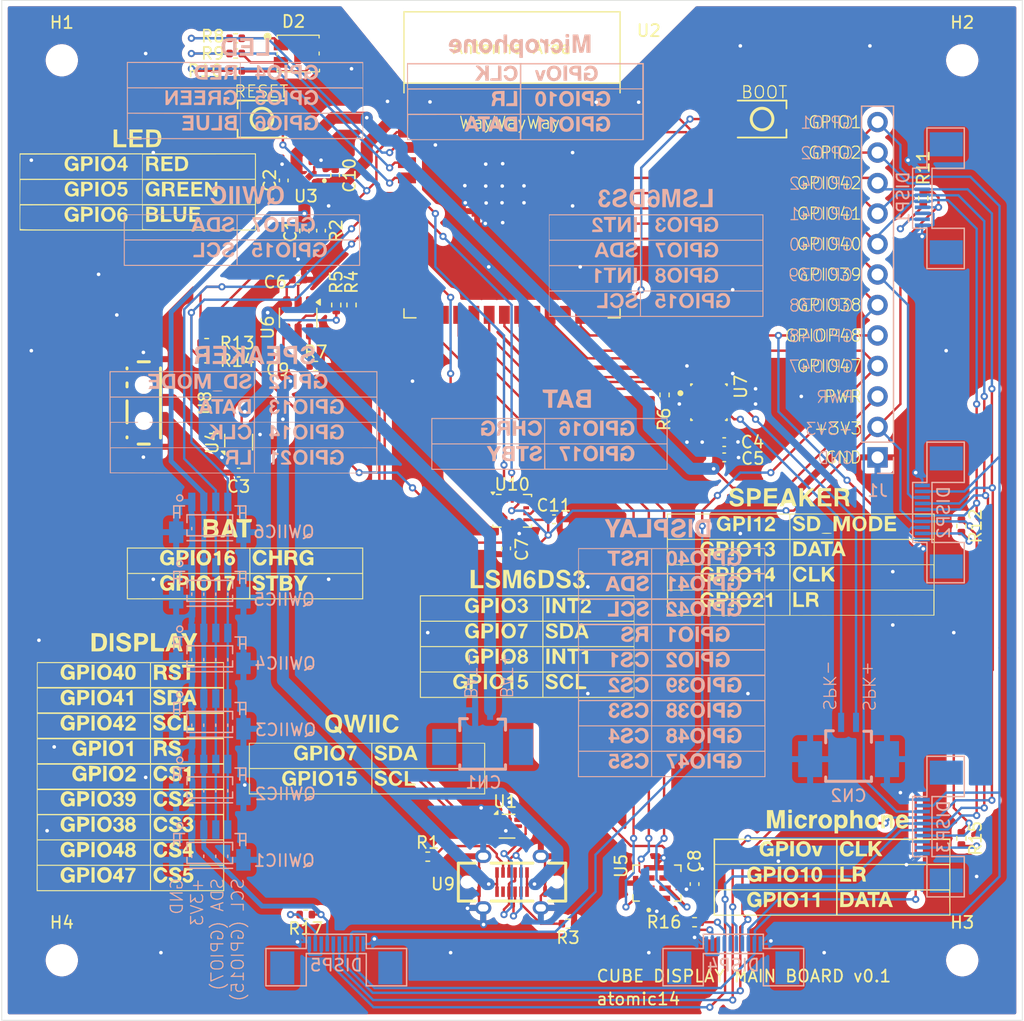
<source format=kicad_pcb>
(kicad_pcb (version 20241229) (generator "pcbnew") (generator_version "9.0")
  (layers (0 "F.Cu" signal) (2 "B.Cu" signal) (13 "F.Paste" user) (15 "B.Paste" user) (5 "F.SilkS" user "F.Silkscreen") (7 "B.SilkS" user "B.Silkscreen") (1 "F.Mask" user) (3 "B.Mask" user) (25 "Edge.Cuts" user))
  (net 0 "")
  (net 1 "EN")
  (net 2 "GND")
  (net 3 "SPK-")
  (net 4 "PWR")
  (net 5 "SPK+")
  (net 6 "+3V3")
  (net 7 "BAT+")
  (net 8 "+5V")
  (net 11 "~{CHRG}")
  (net 12 "~{STDBY}")
  (net 13 "USB_D_IN-")
  (net 14 "Net-(U9-CC2)")
  (net 15 "USB_D_IN+")
  (net 16 "Net-(U9-CC1)")
  (net 18 "Net-(D2-BA)")
  (net 19 "BAT_MONITOR")
  (net 20 "~{SD_MODE}")
  (net 21 "Net-(U7-~{SD_MODE})")
  (net 22 "Net-(U6-PROG)")
  (net 23 "USB_D-")
  (net 24 "USB_D+")
  (net 26 "SDA")
  (net 27 "MIC_DATA")
  (net 28 "SPK_LRCLK")
  (net 31 "SPK_BCLK")
  (net 33 "SCL")
  (net 35 "Net-(D2-RA)")
  (net 37 "MIC_CLK")
  (net 38 "Net-(D2-GA)")
  (net 39 "RED")
  (net 40 "MIC_LR")
  (net 41 "SPK_DIN")
  (net 42 "IO0")
  (net 43 "PWR_IN")
  (net 48 "GREEN")
  (net 49 "BLUE")
  (net 53 "INT2")
  (net 54 "INT1")
  (net 55 "GPIO42")
  (net 56 "GPIO38")
  (net 57 "GPIO39")
  (net 58 "GPIO41")
  (net 59 "GPIO01")
  (net 60 "GPIO48")
  (net 61 "GPIO40")
  (net 62 "GPIO02")
  (net 63 "GPIO47")
  (net 64 "Net-(DISP1-LED+)")
  (net 65 "Net-(DISP2-LED+)")
  (net 66 "Net-(DISP3-LED+)")
  (net 67 "Net-(DISP4-LED+)")
  (net 68 "Net-(DISP5-LED+)")
  (footprint "Capacitor_SMD:C_0402_1005Metric" (layer "F.Cu") (at 153.848138 110.456139 -90)
    (property "Reference" "C7")
    (property "Value" "100nf")
  )
  (footprint "Capacitor_SMD:C_0402_1005Metric" (layer "F.Cu") (at 157.832335 108.029504)
    (property "Reference" "C11")
    (property "Value" "100nf")
  )
  (footprint "Capacitor_SMD:C_0402_1005Metric" (layer "F.Cu") (at 134.820881 94.412196 180)
    (property "Reference" "C9")
    (property "Value" "2.2uF")
  )
  (footprint "Capacitor_SMD:C_0402_1005Metric" (layer "F.Cu") (at 131.572 104.14 180)
    (property "Reference" "C3")
    (property "Value" "2.2uF")
  )
  (footprint "easyeda2kicad:SW-SMD_L3.9-W3.0-P4.45" (layer "F.Cu") (at 133.512 74.676)
    (property "Reference" "SW2" (hide yes))
    (property "Value" "TS-1088-AR02016")
  )
  (footprint "NCP167BMX330TBG:VREG_NCP167BMX330TBG" (layer "F.Cu") (at 137.45872 79.466956 180)
    (property "Reference" "U3")
    (property "Value" "NCP167BMX330TBG")
  )
  (footprint "LOGO" (layer "F.Cu") (at 142.24 127.635)
    (property "Reference" "G***" (hide yes))
    (property "Value" "LOGO" (hide yes))
  )
  (footprint "LOGO" (layer "F.Cu") (at 178.435 110.49)
    (property "Reference" "G***" (hide yes))
    (property "Value" "LOGO" (hide yes))
  )
  (footprint "Resistor_SMD:R_0402_1005Metric" (layer "F.Cu") (at 169.545 141.605 180)
    (property "Reference" "R16")
    (property "Value" "10R")
  )
  (footprint "Resistor_SMD:R_0402_1005Metric" (layer "F.Cu") (at 139.7 90.17 -90)
    (property "Reference" "R4")
    (property "Value" "10K")
  )
  (footprint "Package_TO_SOT_SMD:SOT-583-8" (layer "F.Cu") (at 131.572 101.6 90)
    (property "Reference" "U4")
    (property "Value" "TPS2117DRLR_C22399676")
  )
  (footprint "Resistor_SMD:R_0402_1005Metric" (layer "F.Cu") (at 147.32 136.144)
    (property "Reference" "R1")
    (property "Value" "5.1K")
  )
  (footprint "LOGO" (layer "F.Cu") (at 155.575 117.475)
    (property "Reference" "G***" (hide yes))
    (property "Value" "LOGO" (hide yes))
  )
  (footprint "Resistor_SMD:R_0402_1005Metric" (layer "F.Cu") (at 137.16 140.97 180)
    (property "Reference" "R17")
    (property "Value" "10R")
  )
  (footprint "Resistor_SMD:R_0402_1005Metric" (layer "F.Cu") (at 128.905 93.345)
    (property "Reference" "R13")
    (property "Value" "10K")
  )
  (footprint "Capacitor_SMD:C_0402_1005Metric" (layer "F.Cu") (at 172.014 101.6)
    (property "Reference" "C4")
    (property "Value" "22uF")
  )
  (footprint "Resistor_SMD:R_0402_1005Metric" (layer "F.Cu") (at 159.004 141.732 180)
    (property "Reference" "R3")
    (property "Value" "5.1K")
  )
  (footprint "MountingHole:MountingHole_2.2mm_M2" (layer "F.Cu") (at 116.84 69.78)
    (property "Reference" "H1")
    (property "Value" "MountingHole")
  )
  (footprint "LOGO" (layer "F.Cu") (at 123.19 79.375)
    (property "Reference" "G***" (hide yes))
    (property "Value" "LOGO" (hide yes))
  )
  (footprint "easyeda2kicad:SW-SMD_MSS12C02LS-HB2.0-1" (layer "F.Cu") (at 123.34 98.334 -90)
    (property "Reference" "U8")
    (property "Value" "MSS12C02LS-BB2.0")
  )
  (footprint "Capacitor_SMD:C_0402_1005Metric" (layer "F.Cu") (at 136.525 88.065607)
    (property "Reference" "C6")
    (property "Value" "2.2uF")
  )
  (footprint "Resistor_SMD:R_0402_1005Metric" (layer "F.Cu") (at 131.32 70.655 180)
    (property "Reference" "R10")
    (property "Value" "100")
  )
  (footprint "Resistor_SMD:R_0402_1005Metric" (layer "F.Cu") (at 167.045 97.665 -90)
    (property "Reference" "R6")
    (property "Value" "634K")
  )
  (footprint "Display_Other:KAA-3528RGBS-11" (layer "F.Cu") (at 136.525 69.215 180)
    (property "Reference" "D2")
    (property "Value" "LED_RCGB" (hide yes))
  )
  (footprint "LOGO" (layer "F.Cu") (at 122.555 128.27)
    (property "Reference" "G***" (hide yes))
    (property "Value" "LOGO" (hide yes))
  )
  (footprint "Capacitor_SMD:C_0402_1005Metric" (layer "F.Cu") (at 139.608821 79.369091 90)
    (property "Reference" "C10")
    (property "Value" "22uF")
  )
  (footprint "Capacitor_SMD:C_0402_1005Metric" (layer "F.Cu") (at 169.545 138.43 -90)
    (property "Reference" "C8")
    (property "Value" "0.1uF")
  )
  (footprint "Capacitor_SMD:C_0402_1005Metric" (layer "F.Cu") (at 138.43 83.975 90)
    (property "Reference" "C1")
    (property "Value" "1uF")
  )
  (footprint "Resistor_SMD:R_0402_1005Metric" (layer "F.Cu") (at 137.044581 83.995 -90)
    (property "Reference" "R2")
    (property "Value" "5.1K")
  )
  (footprint "Resistor_SMD:R_0402_1005Metric" (layer "F.Cu") (at 191.77 134.62 -90)
    (property "Reference" "R15")
    (property "Value" "10R")
  )
  (footprint "Resistor_SMD:R_0402_1005Metric" (layer "F.Cu") (at 188.595 81.28 -90)
    (property "Reference" "R11")
    (property "Value" "10R")
  )
  (footprint "MountingHole:MountingHole_2.2mm_M2" (layer "F.Cu") (at 191.84 69.78)
    (property "Reference" "H2")
    (property "Value" "MountingHole")
  )
  (footprint "Package_TO_SOT_SMD:SOT-666" (layer "F.Cu") (at 153.924 133.604)
    (property "Reference" "U1")
    (property "Value" "USBLC6-2P6")
  )
  (footprint "Resistor_SMD:R_0402_1005Metric" (layer "F.Cu") (at 128.905 94.615)
    (property "Reference" "R14")
    (property "Value" "10K")
  )
  (footprint "Package_LGA:LGA-14_3x2.5mm_P0.5mm_LayoutBorder3x4y" (layer "F.Cu") (at 154.3575 107.3225)
    (property "Reference" "U10")
    (property "Value" "LSM6DS3")
  )
  (footprint "MountingHole:MountingHole_2.2mm_M2" (layer "F.Cu") (at 191.84 144.78)
    (property "Reference" "H3")
    (property "Value" "MountingHole")
  )
  (footprint "Package_TO_SOT_SMD:SOT-23-6" (layer "F.Cu") (at 136.525 91.240607 -90)
    (property "Reference" "U6")
    (property "Value" "TP4057")
  )
  (footprint "easyeda2kicad:SW-SMD_L3.9-W3.0-P4.45" (layer "F.Cu") (at 175.168 74.676 180)
    (property "Reference" "SW1" (hide yes))
    (property "Value" "TS-1088-AR02016")
  )
  (footprint "Resistor_SMD:R_0402_1005Metric" (layer "F.Cu") (at 191.77 108.585 -90)
    (property "Reference" "R12")
    (property "Value" "10R")
  )
  (footprint "LOGO" (layer "F.Cu") (at 132.08 111.125)
    (property "Reference" "G***" (hide yes))
    (property "Value" "LOGO" (hide yes))
  )
  (footprint "MountingHole:MountingHole_2.2mm_M2" (layer "F.Cu") (at 116.84 144.78)
    (property "Reference" "H4")
    (property "Value" "MountingHole")
  )
  (footprint "Capacitor_SMD:C_0402_1005Metric" (layer "F.Cu") (at 172.014 102.87)
    (property "Reference" "C5")
    (property "Value" "0.1uF")
  )
  (footprint "Capacitor_SMD:C_0402_1005Metric" (layer "F.Cu") (at 135.32372 79.791956 90)
    (property "Reference" "C2")
    (property "Value" "22uF")
  )
  (footprint "Resistor_SMD:R_0402_1005Metric" (layer "F.Cu") (at 140.97 90.17 -90)
    (property "Reference" "R5")
    (property "Value" "10K")
  )
  (footprint "Resistor_SMD:R_0402_1005Metric" (layer "F.Cu") (at 137.990783 95.25)
    (property "Reference" "R7")
    (property "Value" "2.2K")
  )
  (footprint "OWMMOD_403010A_S261F:MIC_OWMMOD-403010A-S261F" (layer "F.Cu") (at 167.235 138.347 90)
    (property "Reference" "U5")
    (property "Value" "OWMMOD-403010A-S261F")
  )
  (footprint "easyeda2kicad:TYPE-C-SMD_USB4120-03-C" (layer "F.Cu") (at 154.34 138.265 180)
    (property "Reference" "U9")
    (property "Value" "TYPE-C 16PLT-H10.0")
  )
  (footprint "LOGO" (layer "F.Cu") (at 180.949863 136.663434)
    (property "Reference" "G***" (hide yes))
    (property "Value" "LOGO" (hide yes))
  )
  (footprint "IC_Maxim Electronics_MAX98357AETE+T:Maxim_Electronics-21-0896-0-0-0" (layer "F.Cu") (at 170.74 98.27)
    (property "Reference" "U7")
    (property "Value" "MAX98357AETE+T" (hide yes))
  )
  (footprint "PCM_Espressif:ESP32-S3-WROOM-1" (layer "F.Cu") (at 154.34 81.49)
    (property "Reference" "U2")
    (property "Value" "ESP32-S3-WROOM-1")
  )
  (footprint "Resistor_SMD:R_0402_1005Metric" (layer "F.Cu") (at 131.32 67.945 180)
    (property "Reference" "R8")
    (property "Value" "100")
  )
  (footprint "Resistor_SMD:R_0402_1005Metric" (layer "F.Cu") (at 131.32 69.215 180)
    (property "Reference" "R9")
    (property "Value" "100")
  )
  (footprint "LOGO" (layer "B.Cu") (at 166.37 85.725 180)
    (property "Reference" "G***" (hide yes))
    (property "Value" "LOGO" (hide yes))
  )
  (footprint "easyeda2kicad:CONN-SMD_1251SMT-2P" (layer "B.Cu") (at 151.892 125.476 180)
    (property "Reference" "CN1")
    (property "Value" "1251SMT-2P_C132528")
  )
  (footprint "Display_Other:FPC_10_0.5" (layer "B.Cu") (at 188.515 107.46 -90)
    (property "Reference" "DISP2")
    (property "Value" "~")
  )
  (footprint "LOGO" (layer "B.Cu") (at 132.08 71.755 180)
    (property "Reference" "G***" (hide yes))
    (property "Value" "LOGO" (hide yes))
  )
  (footprint "easyeda2kicad:CONN-SMD_BM04B-SRSS-TB" (layer "B.Cu") (at 129.165 129.689)
    (property "Reference" "QWIIC2")
    (property "Value" "BM04B-SRSS-TB(LF)(SN)")
  )
  (footprint "LOGO" (layer "B.Cu") (at 131.929657 98.628206 180)
    (property "Reference" "G***" (hide yes))
    (property "Value" "LOGO" (hide yes))
  )
  (footprint "easyeda2kicad:CONN-SMD_BM04B-SRSS-TB" (layer "B.Cu") (at 129.165 135.15)
    (property "Reference" "QWIIC1")
    (property "Value" "BM04B-SRSS-TB(LF)(SN)")
  )
  (footprint "Connector_PinSocket_2.54mm:PinSocket_1x12_P2.54mm_Vertical" (layer "B.Cu") (at 184.785 102.87)
    (property "Reference" "J1")
    (property "Value" "Conn_01x12_Socket")
  )
  (footprint "Display_Other:FPC_10_0.5" (layer "B.Cu") (at 172.775 143.415 180)
    (property "Reference" "DISP4")
    (property "Value" "~")
  )
  (footprint "easyeda2kicad:CONN-SMD_BM04B-SRSS-TB" (layer "B.Cu") (at 129.165 107.845)
    (property "Reference" "QWIIC6")
    (property "Value" "BM04B-SRSS-TB(LF)(SN)")
  )
  (footprint "LOGO" (layer "B.Cu") (at 157.48 100.33 180)
    (property "Reference" "G***" (hide yes))
    (property "Value" "LOGO" (hide yes))
  )
  (footprint "LOGO" (layer "B.Cu") (at 155.498439 72.033519 180)
    (property "Reference" "G***" (hide yes))
    (property "Value" "LOGO" (hide yes))
  )
  (footprint "easyeda2kicad:CONN-SMD_1251SMT-2P" (layer "B.Cu") (at 182.372 126.486 180)
    (property "Reference" "CN2")
    (property "Value" "1251SMT-2P_C132528")
  )
  (footprint "easyeda2kicad:CONN-SMD_BM04B-SRSS-TB" (layer "B.Cu") (at 129.165 113.306)
    (property "Reference" "QWIIC5")
    (property "Value" "BM04B-SRSS-TB(LF)(SN)")
  )
  (footprint "Display_Other:FPC_10_0.5" (layer "B.Cu") (at 188.515 133.64 -90)
    (property "Reference" "DISP3")
    (property "Value" "~")
  )
  (footprint "LOGO" (layer "B.Cu") (at 131.865364 83.588918 180)
    (property "Reference" "G***" (hide yes))
    (property "Value" "LOGO" (hide yes))
  )
  (footprint "easyeda2kicad:CONN-SMD_BM04B-SRSS-TB" (layer "B.Cu") (at 129.165 118.767)
    (property "Reference" "QWIIC4")
    (property "Value" "BM04B-SRSS-TB(LF)(SN)")
  )
  (footprint "easyeda2kicad:CONN-SMD_BM04B-SRSS-TB" (layer "B.Cu") (at 129.165 124.228)
    (property "Reference" "QWIIC3")
    (property "Value" "BM04B-SRSS-TB(LF)(SN)")
  )
  (footprint "Display_Other:FPC_10_0.5" (layer "B.Cu") (at 188.515 81.28 -90)
    (property "Reference" "DISP1")
    (property "Value" "~")
  )
  (footprint "Display_Other:FPC_10_0.5" (layer "B.Cu") (at 139.7 143.415 180)
    (property "Reference" "DISP5")
    (property "Value" "~")
  )
  (footprint "LOGO" (layer "B.Cu") (at 167.64 118.767 180)
    (property "Reference" "G***" (hide yes))
    (property "Value" "LOGO" (hide yes))
  )
  (gr_line (start 163.83 140.335) (end 165.498819 138.796348) (stroke (width 0.2)) (layer "F.Cu") (net 37))
  (gr_rect (start 111.84 64.78) (end 196.84 149.78) (stroke (width 0.05)) (fill no) (layer "Edge.Cuts"))
  (gr_text "GPIO41" (at 177.979452 83.144031 0) (layer "F.SilkS") (effects (font (size 1 1) (thickness 0.1)) (justify left bottom)))
  (gr_text "PWR" (at 180.265166 98.384031 0) (layer "F.SilkS") (effects (font (size 1 1) (thickness 0.1)) (justify left bottom)))
  (gr_text "+3V3" (at 179.408023 101.039764 0) (layer "F.SilkS") (effects (font (size 1 1) (thickness 0.1)) (justify left bottom)))
  (gr_text "GPIO1" (at 178.931833 75.524031 0) (layer "F.SilkS") (effects (font (size 1 1) (thickness 0.1)) (justify left bottom)))
  (gr_text "WayWayWay" (at 149.86 75.565 0) (layer "F.SilkS") (effects (font (size 1 1) (thickness 0.1)) (justify left bottom)))
  (gr_text "GND" (at 180.360404 103.464031 0) (layer "F.SilkS") (effects (font (size 1 1) (thickness 0.1)) (justify left bottom)))
  (gr_text "BOOT" (at 173.355 73.025 0) (layer "F.SilkS") (effects (font (size 1 1) (thickness 0.1)) (justify left bottom)))
  (gr_text "GPIO42" (at 177.979452 80.604031 0) (layer "F.SilkS") (effects (font (size 1 1) (thickness 0.1)) (justify left bottom)))
  (gr_text "GPIO47" (at 177.979452 95.844031 0) (layer "F.SilkS") (effects (font (size 1 1) (thickness 0.1)) (justify left bottom)))
  (gr_text "RESET" (at 131.131654 72.966403 0) (layer "F.SilkS") (effects (font (size 1 1) (thickness 0.1)) (justify left bottom)))
  (gr_text "CUBE DISPLAY MAIN BOARD v0.1" (at 161.29 146.685 0) (layer "F.SilkS") (effects (font (size 1 1)) (justify left bottom)))
  (gr_text "GPIO38" (at 177.979452 90.764031 0) (layer "F.SilkS") (effects (font (size 1 1) (thickness 0.1)) (justify left bottom)))
  (gr_text "GPIOP48" (at 176.979452 93.304031 0) (layer "F.SilkS") (effects (font (size 1 1) (thickness 0.1)) (justify left bottom)))
  (gr_text "GPIO40" (at 177.979452 85.684031 0) (layer "F.SilkS") (effects (font (size 1 1) (thickness 0.1)) (justify left bottom)))
  (gr_text "atomic14" (at 161.29 148.59 0) (layer "F.SilkS") (effects (font (size 1 1)) (justify left bottom)))
  (gr_text "GPIO2" (at 178.931833 78.064031 0) (layer "F.SilkS") (effects (font (size 1 1) (thickness 0.1)) (justify left bottom)))
  (gr_text "GPIO39" (at 177.979452 88.224031 0) (layer "F.SilkS") (effects (font (size 1 1) (thickness 0.1)) (justify left bottom)))
  (gr_text "+3V3" (at 182.82 101.080733 0) (layer "B.SilkS") (effects (font (size 1 1) (thickness 0.1)) (justify left bottom mirror)))
  (gr_text "GPIO39" (at 182.82 88.265 0) (layer "B.SilkS") (effects (font (size 1 1) (thickness 0.1)) (justify left bottom mirror)))
  (gr_text "SCL (GPIO15)" (at 132.08 137.866836 90) (layer "B.SilkS") (effects (font (size 1 1) (thickness 0.1)) (justify left bottom mirror)))
  (gr_text "GPIO42" (at 182.88 80.645 0) (layer "B.SilkS") (effects (font (size 1 1) (thickness 0.1)) (justify left bottom mirror)))
  (gr_text "SPK+" (at 183.459561 124.106862 270) (layer "B.SilkS") (effects (font (size 1 1) (thickness 0.1)) (justify left bottom mirror)))
  (gr_text "GPIO40" (at 182.88 85.725 0) (layer "B.SilkS") (effects (font (size 1 1) (thickness 0.1)) (justify left bottom mirror)))
  (gr_text "PWR" (at 182.88 98.425 0) (layer "B.SilkS") (effects (font (size 1 1) (thickness 0.1)) (justify left bottom mirror)))
  (gr_text "SDA (GPIO7)" (at 130.386667 137.866836 90) (layer "B.SilkS") (effects (font (size 1 1) (thickness 0.1)) (justify left bottom mirror)))
  (gr_text "SPK-" (at 180.176947 124.034185 270) (layer "B.SilkS") (effects (font (size 1 1) (thickness 0.1)) (justify left bottom mirror)))
  (gr_text "+3V3" (at 128.693333 137.866836 90) (layer "B.SilkS") (effects (font (size 1 1) (thickness 0.1)) (justify left bottom mirror)))
  (gr_text "GPIO48" (at 182.88 93.345 0) (layer "B.SilkS") (effects (font (size 1 1) (thickness 0.1)) (justify left bottom mirror)))
  (gr_text "BAT+" (at 153.259702 123.029611 270) (layer "B.SilkS") (effects (font (size 1 1) (thickness 0.1)) (justify left bottom mirror)))
  (gr_text "GPIO1" (at 182.88 75.565 0) (layer "B.SilkS") (effects (font (size 1 1) (thickness 0.1)) (justify left bottom mirror)))
  (gr_text "GPIO41" (at 182.88 83.185 0) (layer "B.SilkS") (effects (font (size 1 1) (thickness 0.1)) (justify left bottom mirror)))
  (gr_text "GPIO38" (at 182.88 90.805 0) (layer "B.SilkS") (effects (font (size 1 1) (thickness 0.1)) (justify left bottom mirror)))
  (gr_text "GND" (at 127 137.866836 90) (layer "B.SilkS") (effects (font (size 1 1) (thickness 0.1)) (justify left bottom mirror)))
  (gr_text "GPIO47" (at 182.88 95.885 0) (layer "B.SilkS") (effects (font (size 1 1) (thickness 0.1)) (justify left bottom mirror)))
  (gr_text "BAT-" (at 150.279829 123.051048 270) (layer "B.SilkS") (effects (font (size 1 1) (thickness 0.1)) (justify left bottom mirror)))
  (gr_text "GND" (at 182.88 103.505 0) (layer "B.SilkS") (effects (font (size 1 1) (thickness 0.1)) (justify left bottom mirror)))
  (gr_text "GPIO2" (at 182.88 78.105 0) (layer "B.SilkS") (effects (font (size 1 1) (thickness 0.1)) (justify left bottom mirror)))
  (segment (start 143.041 77.47) (end 144.741 75.77) (width 0.2) (layer "F.Cu") (net 1))
  (segment (start 144.741 75.77) (end 145.59 75.77) (width 0.2) (layer "F.Cu") (net 1))
  (segment (start 135.255 76.835) (end 135.255 75.113) (width 0.2) (layer "F.Cu") (net 1))
  (segment (start 137.044581 84.505) (end 138.38 84.505) (width 0.2) (layer "F.Cu") (net 1))
  (segment (start 138.43 84.455) (end 142.24 80.645) (width 0.2) (layer "F.Cu") (net 1))
  (segment (start 143.041 79.844) (end 143.041 77.47) (width 0.2) (layer "F.Cu") (net 1))
  (segment (start 142.24 80.645) (end 143.041 79.844) (width 0.2) (layer "F.Cu") (net 1))
  (via (at 135.255 76.835) (size 0.6) (drill 0.3) (layers "F.Cu" "B.Cu") (net 1))
  (via (at 142.24 80.645) (size 0.6) (drill 0.3) (layers "F.Cu" "B.Cu") (net 1))
  (segment (start 140.97 79.375) (end 142.24 80.645) (width 0.2) (layer "B.Cu") (net 1))
  (segment (start 137.795 79.375) (end 140.97 79.375) (width 0.2) (layer "B.Cu") (net 1))
  (segment (start 135.255 76.835) (end 137.795 79.375) (width 0.2) (layer "B.Cu") (net 1))
  (segment (start 153.434428 133.604) (end 153.821769 133.991341) (width 0.2) (layer "F.Cu") (net 2))
  (segment (start 172.165 97.52) (end 174.26 97.52) (width 0.2) (layer "F.Cu") (net 2))
  (segment (start 163.09 73.23) (end 161.39573 73.23) (width 0.2) (layer "F.Cu") (net 2))
  (segment (start 169.4799 95.25) (end 168.91 95.25) (width 0.2) (layer "F.Cu") (net 2))
  (segment (start 151.59 136.465) (end 151.94 136.115) (width 0.2) (layer "F.Cu") (net 2))
  (segment (start 170.99 98.02) (end 172.165 98.02) (width 0.2) (layer "F.Cu") (net 2))
  (segment (start 137.53872 79.466956) (end 137.86372 79.141956) (width 0.2) (layer "F.Cu") (net 2))
  (segment (start 152.84 79.55) (end 152.84 82.35) (width 0.2) (layer "F.Cu") (net 2))
  (segment (start 169.315 98.52) (end 168.375 98.52) (width 0.2) (layer "F.Cu") (net 2))
  (segment (start 151.44 80.95) (end 154.24 80.95) (width 0.2) (layer "F.Cu") (net 2))
  (segment (start 132.322 102.34) (end 132.322 100.86) (width 0.2) (layer "F.Cu") (net 2))
  (segment (start 174.22 98.02) (end 174.625 98.425) (width 0.2) (layer "F.Cu") (net 2))
  (segment (start 169.99 99.695) (end 169.99 100.52) (width 0.2) (layer "F.Cu") (net 2))
  (segment (start 166.41 137.072) (end 166.41 136.814286) (width 0.2) (layer "F.Cu") (net 2))
  (segment (start 157.09 136.465) (end 156.74 136.115) (width 0.2) (layer "F.Cu") (net 2))
  (segment (start 168.352528 138.347) (end 168.866801 138.861273) (width 0.2) (layer "F.Cu") (net 2))
  (segment (start 156.74 140.415) (end 156.74 139.415) (width 0.2) (layer "F.Cu") (net 2))
  (segment (start 154.24 82.35) (end 151.44 82.35) (width 0.2) (layer "F.Cu") (net 2))
  (segment (start 151.44 82.35) (end 151.44 79.55) (width 0.2) (layer "F.Cu") (net 2))
  (segment (start 151.44 79.55) (end 154.24 79.55) (width 0.2) (layer "F.Cu") (net 2))
  (segment (start 170.49 99.695) (end 170.49 101.29) (width 0.2) (layer "F.Cu") (net 2))
  (segment (start 168.375 98.52) (end 168.275 98.42) (width 0.2) (layer "F.Cu") (net 2))
  (segment (start 164.847405 73.23) (end 164.889247 73.271842) (width 0.2) (layer "F.Cu") (net 2))
  (segment (start 170.49 98.02) (end 170.49 96.845) (width 0.2) (layer "F.Cu") (net 2))
  (segment (start 170.49 98.52) (end 170.49 99.695) (width 0.2) (layer "F.Cu") (net 2))
  (segment (start 170.74 98.27) (end 170.49 98.52) (width 0.2) (layer "F.Cu") (net 2))
  (segment (start 136.525 88.545607) (end 137.005 88.065607) (width 0.2) (layer "F.Cu") (net 2))
  (segment (start 170.74 98.27) (end 171.49 97.52) (width 0.2) (layer "F.Cu") (net 2))
  (segment (start 170.74 98.27) (end 170.99 98.02) (width 0.2) (layer "F.Cu") (net 2))
  (segment (start 137.86372 79.141956) (end 137.86372 78.67128) (width 0.2) (layer "F.Cu") (net 2))
  (segment (start 137.86372 78.67128) (end 138.43 78.105) (width 0.2) (layer "F.Cu") (net 2))
  (segment (start 154.8575 109.1375) (end 154.94 109.22) (width 0.2) (layer "F.Cu") (net 2))
  (segment (start 170.49 98.52) (end 169.315 98.52) (width 0.2) (layer "F.Cu") (net 2))
  (segment (start 133.245 100.86) (end 133.35 100.965) (width 0.2) (layer "F.Cu") (net 2))
  (segment (start 130.822 102.34) (end 130.705 102.34) (width 0.2) (layer "F.Cu") (net 2))
  (segment (start 171.49 97.52) (end 171.49 96.845) (width 0.2) (layer "F.Cu") (net 2))
  (segment (start 151.59 137.465) (end 151.59 139.065) (width 0.2) (layer "F.Cu") (net 2))
  (segment (start 154.24 79.55) (end 151.44 82.35) (width 0.2) (layer "F.Cu") (net 2))
  (segment (start 170.49 101.29) (end 170.18 101.6) (width 0.2) (layer "F.Cu") (net 2))
  (segment (start 169.99 100.52) (end 168.91 101.6) (width 0.2) (layer "F.Cu") (net 2))
  (segment (start 157.09 137.465) (end 157.09 136.465) (width 0.2) (layer "F.Cu") (net 2))
  (segment (start 151.59 140.065) (end 151.94 140.415) (width 0.2) (layer "F.Cu") (net 2))
  (segment (start 156.74 139.415) (end 157.09 139.065) (width 0.2) (layer "F.Cu") (net 2))
  (segment (start 172.165 98.02) (end 174.22 98.02) (width 0.2) (layer "F.Cu") (net 2))
  (segment (start 130.705 102.34) (end 130.175 102.87) (width 0.2) (layer "F.Cu") (net 2))
  (segment (start 145.59 73.23) (end 147.488056 73.23) (width 0.2) (layer "F.Cu") (net 2))
  (segment (start 171.49 96.845) (end 171.76 96.845) (width 0.2) (layer "F.Cu") (net 2))
  (segment (start 174.26 97.52) (end 174.625 97.155) (width 0.2) (layer "F.Cu") (net 2))
  (segment (start 154.8575 108.235) (end 154.8575 109.1375) (width 0.2) (layer "F.Cu") (net 2))
  (segment (start 170.49 99.695) (end 169.99 99.695) (width 0.2) (layer "F.Cu") (net 2))
  (segment (start 147.488056 73.23) (end 147.507247 73.249191) (width 0.2) (layer "F.Cu") (net 2))
  (segment (start 170.74 98.27) (end 170.49 98.02) (width 0.2) (layer "F.Cu") (net 2))
  (segment (start 151.59 139.065) (end 151.59 140.065) (width 0.2) (layer "F.Cu") (net 2))
  (segment (start 137.005 88.065607) (end 137.005 86.84) (width 0.2) (layer "F.Cu") (net 2))
  (segment (start 168.866801 138.861273) (end 169.496273 138.861273) (width 0.2) (layer "F.Cu") (net 2))
  (segment (start 157.09 139.065) (end 157.09 137.465) (width 0.2) (layer "F.Cu") (net 2))
  (segment (start 172.165 97.52) (end 172.165 98.02) (width 0.2) (layer "F.Cu") (net 2))
  (segment (start 169.496273 138.861273) (end 169.545 138.91) (width 0.2) (layer "F.Cu") (net 2))
  (segment (start 132.322 100.86) (end 133.245 100.86) (width 0.2) (layer "F.Cu") (net 2))
  (segment (start 154.24 79.55) (end 154.24 82.35) (width 0.2) (layer "F.Cu") (net 2))
  (segment (start 152.15 80.26) (end 154.24 82.35) (width 0.2) (layer "F.Cu") (net 2))
  (segment (start 151.59 137.465) (end 151.59 136.465) (width 0.2) (layer "F.Cu") (net 2))
  (segment (start 168.185 138.347) (end 168.352528 138.347) (width 0.2) (layer "F.Cu") (net 2))
  (segment (start 166.41 136.814286) (end 166.981132 136.243154) (width 0.2) (layer "F.Cu") (net 2))
  (segment (start 170.49 96.845) (end 170.49 96.2601) (width 0.2) (layer "F.Cu") (net 2))
  (segment (start 163.09 73.23) (end 164.847405 73.23) (width 0.2) (layer "F.Cu") (net 2))
  (segment (start 152.999 133.604) (end 153.434428 133.604) (width 0.2) (layer "F.Cu") (net 2))
  (segment (start 170.74 98.35) (end 170.815 98.425) (width 0.2) (layer "F.Cu") (net 2))
  (segment (start 151.44 79.55) (end 152.15 80.26) (width 0.2) (layer "F.Cu") (net 2))
  (segment (start 161.39573 73.23) (end 161.354842 73.270888) (width 0.2) (layer "F.Cu") (net 2))
  (segment (start 137.005 86.84) (end 136.525 86.36) (width 0.2) (layer "F.Cu") (net 2))
  (segment (start 170.49 96.2601) (end 169.4799 95.25) (width 0.2) (layer "F.Cu") (net 2))
  (segment (start 171.76 96.845) (end 172.72 95.885) (width 0.2) (layer "F.Cu") (net 2))
  (segment (start 137.45872 79.466956) (end 137.53872 79.466956) (width 0.2) (layer "F.Cu") (net 2))
  (segment (start 136.525 90.103107) (end 136.525 88.545607) (width 0.2) (layer "F.Cu") (net 2))
  (segment (start 145.59 73.23) (end 143.991933 73.23) (width 0.2) (layer "F.Cu") (net 2))
  (segment (start 154.3575 108.235) (end 154.8575 108.235) (width 0.2) (layer "F.Cu") (net 2))
  (segment (start 143.991933 73.23) (end 143.967719 73.205786) (width 0.2) (layer "F.Cu") (net 2))
  (via (at 186.055 116.84) (size 0.6) (drill 0.3) (layers "F.Cu" "B.Cu") (net 2))
  (via (at 153.821769 133.991341) (size 0.6) (drill 0.3) (layers "F.Cu" "B.Cu") (net 2))
  (via (at 173.160217 101.584316) (size 0.6) (drill 0.3) (layers "F.Cu" "B.Cu") (net 2))
  (via (at 153.56085 83.307775) (size 0.6) (drill 0.3) (layers "F.Cu" "B.Cu") (net 2))
  (via (at 174.625 98.425) (size 0.6) (drill 0.3) (layers "F.Cu" "B.Cu") (net 2))
  (via (at 191.135 117.475) (size 0.6) (drill 0.3) (layers "F.Cu" "B.Cu") (net 2))
  (via (at 168.275 98.42) (size 0.6) (drill 0.3) (layers "F.Cu" "B.Cu") (net 2))
  (via (at 140.97 70.485) (size 0.6) (drill 0.3) (layers "F.Cu" "B.Cu") (net 2))
  (via (at 159.385 81.915) (size 0.6) (drill 0.3) (layers "F.Cu" "B.Cu") (net 2))
  (via (at 160.02 86.995) (size 0.6) (drill 0.3) (layers "F.Cu" "B.Cu") (net 2))
  (via (at 184.15 68.58) (size 0.6) (drill 0.3) (layers "F.Cu" "B.Cu") (net 2))
  (via (at 152.11548 83.377431) (size 0.6) (drill 0.3) (layers "F.Cu" "B.Cu") (net 2))
  (via (at 168.91 101.6) (size 0.6) (drill 0.3) (layers "F.Cu" "B.Cu") (net 2))
  (via (at 135.186156 78.438033) (size 0.6) (drill 0.3) (layers "F.Cu" "B.Cu") (net 2))
  (via (at 151.967387 141.801979) (size 0.6) (drill 0.3) (layers "F.Cu" "B.Cu") (net 2))
  (via (at 136.470299 143.245715) (size 0.6) (drill 0.3) (layers "F.Cu" "B.Cu") (net 2))
  (via (at 186.055 112.395) (size 0.6) (drill 0.3) (layers "F.Cu" "B.Cu") (net 2))
  (via (at 121.420666 91.00325) (size 0.6) (drill 0.3) (layers "F.Cu" "B.Cu") (net 2))
  (via (at 187.325 78.105) (size 0.6) (drill 0.3) (layers "F.Cu" "B.Cu") (net 2))
  (via (at 155.337088 80.242894) (size 0.6) (drill 0.3) (layers "F.Cu" "B.Cu") (net 2))
  (via (at 188.5 84.455) (size 0.6) (drill 0.3) (layers "F.Cu" "B.Cu") (net 2))
  (via (at 153.525151 80.260308) (size 0.6) (drill 0.3) (layers "F.Cu" "B.Cu") (net 2))
  (via (at 138.43 78.105) (size 0.6) (drill 0.3) (layers "F.Cu" "B.Cu") (net 2))
  (via (at 147.955 76.835) (size 0.6) (drill 0.3) (layers "F.Cu" "B.Cu") (net 2))
  (via (at 174.625 97.155) (size 0.6) (drill 0.3) (layers "F.Cu" "B.Cu") (net 2))
  (via (at 168.866801 138.861273) (size 0.6) (drill 0.3) (layers "F.Cu" "B.Cu") (net 2))
  (via (at 133.35 100.965) (size 0.6) (drill 0.3) (layers "F.Cu" "B.Cu") (net 2))
  (via (at 173.355 68.58) (size 0.6) (drill 0.3) (layers "F.Cu" "B.Cu") (net 2))
  (via (at 123.825 69.215) (size 0.6) (drill 0.3) (layers "F.Cu" "B.Cu") (net 2))
  (via (at 169.545 142.875) (size 0.6) (drill 0.3) (layers "F.Cu" "B.Cu") (net 2))
  (via (at 180.34 144.145) (size 0.6) (drill 0.3) (layers "F.Cu" "B.Cu") (net 2))
  (via (at 170.18 137.16) (size 0.6) (drill 0.3) (layers "F.Cu" "B.Cu") (net 2))
  (via (at 152.15 80.26) (size 0.6) (drill 0.3) (layers "F.Cu" "B.Cu") (net 2))
  (via (at 166.396731 140.70019) (size 0.6) (drill 0.3) (layers "F.Cu" "B.Cu") (net 2))
  (via (at 161.354842 73.270888) (size 0.6) (drill 0.3) (layers "F.Cu" "B.Cu") (net 2))
  (via (at 175.903723 143.165777) (size 0.6) (drill 0.3) (layers "F.Cu" "B.Cu") (net 2))
  (via (at 119.902928 87.61727) (size 0.6) (drill 0.3) (layers "F.Cu" "B.Cu") (net 2))
  (via (at 146.05 96.52) (size 0.6) (drill 0.3) (layers "F.Cu" "B.Cu") (net 2))
  (via (at 165.735 144.145) (size 0.6) (drill 0.3) (layers "F.Cu" "B.Cu") (net 2))
  (via (at 130.175 102.87) (size 0.6) (drill 0.3) (layers "F.Cu" "B.Cu") (net 2))
  (via (at 114.3 78.105) (size 0.6) (drill 0.3) (layers "F.Cu" "B.Cu") (net 2))
  (via (at 114.935 118.11) (size 0.6) (drill 0.3) (layers "F.Cu" "B.Cu") (net 2))
  (via (at 132.08 130.175) (size 0.6) (drill 0.3) (layers "F.Cu" "B.Cu") (net 2))
  (via (at 149.225 144.145) (size 0.6) (drill 0.3) (layers "F.Cu" "B.Cu") (net 2))
  (via (at 155.337088 81.653436) (size 0.6) (drill 0.3) (layers "F.Cu" "B.Cu") (net 2))
  (via (at 178.435 97.79) (size 0.6) (drill 0.3) (layers "F.Cu" "B.Cu") (net 2))
  (via (at 153.507737 81.653436) (size 0.6) (drill 0.3) (layers "F.Cu" "B.Cu") (net 2))
  (via (at 188.595 110.49) (size 0.6) (drill 0.3) (layers "F.Cu" "B.Cu") (net 2))
  (via (at 136.525 86.36) (size 0.6) (drill 0.3) (layers "F.Cu" "B.Cu") (net 2))
  (via (at 176.53 136.525) (size 0.6) (drill 0.3) (layers "F.Cu" "B.Cu") (net 2))
  (via (at 142.875 143.002979) (size 0.6) (drill 0.3) (layers "F.Cu" "B.Cu") (net 2))
  (via (at 168.91 95.25) (size 0.6) (drill 0.3) (layers "F.Cu" "B.Cu") (net 2))
  (via (at 160.655 113.665) (size 0.6) (drill 0.3) (layers "F.Cu" "B.Cu") (net 2))
  (via (at 187.192399 136.81279) (size 0.6) (drill 0.3) (layers "F.Cu" "B.Cu") (net 2))
  (via (at 172.72 88.9) (size 0.6) (drill 0.3) (layers "F.Cu" "B.Cu") (net 2))
  (via (at 115.613312 133.985) (size 0.6) (drill 0.3) (layers "F.Cu" "B.Cu") (net 2))
  (via (at 173.355 109.22) (size 0.6) (drill 0.3) (layers "F.Cu" "B.Cu") (net 2))
  (via (at 152.150308 78.431828) (size 0.6) (drill 0.3) (layers "F.Cu" "B.Cu") (net 2))
  (via (at 139.065 81.915) (size 0.6) (drill 0.3) (layers "F.Cu" "B.Cu") (net 2))
  (via (at 160.655 122.555) (size 0.6) (drill 0.3) (layers "F.Cu" "B.Cu") (net 2))
  (via (at 172.72 95.885) (size 0.6) (drill 0.3) (layers "F.Cu" "B.Cu") (net 2))
  (via (at 152.184265 81.67085) (size 0.6) (drill 0.3) (layers "F.Cu" "B.Cu") (net 2))
  (via (at 190.5 93.98) (size 0.6) (drill 0.3) (layers "F.Cu" "B.Cu") (net 2))
  (via (at 166.981132 136.243154) (size 0.6) (drill 0.3) (layers "F.Cu" "B.Cu") (net 2))
  (via (at 170.18 101.6) (size 0.6) (drill 0.3) (layers "F.Cu" "B.Cu") (net 2))
  (via (at 123.634413 94.122116) (size 0.6) (drill 0.3) (layers "F.Cu" "B.Cu") (net 2))
  (via (at 124.46 77.47) (size 0.6) (drill 0.3) (layers "F.Cu" "B.Cu") (net 2))
  (via (at 173.99 122.555) (size 0.6) (drill 0.3) (layers "F.Cu" "B.Cu") (net 2))
  (via (at 164.889247 73.271842) (size 0.6) (drill 0.3) (layers "F.Cu" "B.Cu") (net 2))
  (via (at 147.507247 73.249191) (size 0.6) (drill 0.3) (layers "F.Cu" "B.Cu") (net 2))
  (via (at 153.56085 78.397) (size 0.6) (drill 0.3) (layers "F.Cu" "B.Cu") (net 2))
  (via (at 147.32 117.475) (size 0.6) (drill 0.3) (layers "F.Cu" "B.Cu") (net 2))
  (via (at 123.825 129.54) (size 0.6) (drill 0.3) (layers "F.Cu" "B.Cu") (net 2))
  (via (at 116.205 127) (size 0.6) (drill 0.3) (layers "F.Cu" "B.Cu") (net 2))
  (via (at 187.96 104.14) (size 0.6) (drill 0.3) (layers "F.Cu" "B.Cu") (net 2))
  (via (at 186.69 130.81) (size 0.6) (drill 0.3) (layers "F.Cu" "B.Cu") (net 2))
  (via (at 150.443726 81.653436) (size 0.6) (drill 0.3) (layers "F.Cu" "B.Cu") (net 2))
  (via (at 159.385 77.47) (size 0.6) (drill 0.3) (layers "F.Cu" "B.Cu") (net 2))
  (via (at 123.634233 102.85199) (size 0.6) (drill 0.3) (layers "F.Cu" "B.Cu") (net 2))
  (via (at 154.94 109.22) (size 0.6) (drill 0.3) (layers "F.Cu" "B.Cu") (net 2))
  (via (at 125.095 144.145) (size 0.6) (drill 0.3) (layers "F.Cu" "B.Cu") (net 2))
  (via (at 114.3 93.98) (size 0.6) (drill 0.3) (layers "F.Cu" "B.Cu") (net 2))
  (via (at 150.630938 140.448107) (size 0.6) (drill 0.3) (layers "F.Cu" "B.Cu") (net 2))
  (via (at 143.967719 73.205786) (size 0.6) (drill 0.3) (layers "F.Cu" "B.Cu") (net 2))
  (via (at 173.206969 102.885584) (size 0.6) (drill 0.3) (layers "F.Cu" "B.Cu") (net 2))
  (via (at 139.065 113.03) (size 0.6) (drill 0.3) (layers "F.Cu" "B.Cu") (net 2))
  (via (at 152.4 86.995) (size 0.6) (drill 0.3) (layers "F.Cu" "B.Cu") (net 2))
  (via (at 193.04 137.795) (size 0.6) (drill 0.3) (layers "F.Cu" "B.Cu") (net 2))
  (via (at 150.408898 80.22548) (size 0.6) (drill 0.3) (layers "F.Cu" "B.Cu") (net 2))
  (via (at 151.765 132.08) (size 0.6) (drill 0.3) (layers "F.Cu" "B.Cu") (net 2))
  (via (at 124.46 113.03) (size 0.6) (drill 0.3) (layers "F.Cu" "B.Cu") (net 2))
  (segment (start 189.441 83.481) (end 189.392 83.53) (width 0.2) (layer "B.Cu") (net 2))
  (segment (start 187.505399 135.88779) (end 188.382399 135.88779) (width 0.2) (layer "B.Cu") (net 2))
  (segment (start 137.280715 143.245715) (end 137.45 143.415) (width 0.2) (layer "B.Cu") (net 2))
  (segment (start 188.117399 135.88779) (end 187.192399 136.81279) (width 0.2) (layer "B.Cu") (net 2))
  (segment (start 188.515 79.03) (end 188.25 79.03) (width 0.2) (layer "B.Cu") (net 2))
  (segment (start 187.638 108.71) (end 187.325 109.023) (width 0.2) (layer "B.Cu") (net 2))
  (segment (start 142.462979 143.415) (end 142.875 143.002979) (width 0.2) (layer "B.Cu") (net 2))
  (segment (start 187.325 109.023) (end 187.325 109.22) (width 0.2) (layer "B.Cu") (net 2))
  (segment (start 170.525 144.292) (end 170.574 144.341) (width 0.2) (layer "B.Cu") (net 2))
  (segment (start 170.085 143.415) (end 169.545 142.875) (width 0.2) (layer "B.Cu") (net 2))
  (segment (start 170.525 143.415) (end 170.525 144.292) (width 0.2) (layer "B.Cu") (net 2))
  (segment (start 188.515 82.53) (end 189.392 82.53) (width 0.2) (layer "B.Cu") (net 2))
  (segment (start 175.6545 143.415) (end 175.903723 143.165777) (width 0.2) (layer "B.Cu") (net 2))
  (segment (start 188.25 79.03) (end 187.325 78.105) (width 0.2) (layer "B.Cu") (net 2))
  (segment (start 138.45 143.415) (end 138.45 144.292) (width 0.2) (layer "B.Cu") (net 2))
  (segment (start 171.525 144.292) (end 171.525 143.415) (width 0.2) (layer "B.Cu") (net 2))
  (segment (start 188.515 105.21) (end 188.515 104.695) (width 0.2) (layer "B.Cu") (net 2))
  (segment (start 188.5 84.455) (end 188.5 83.585) (width 0.2) (layer "B.Cu") (net 2))
  (segment (start 153.676341 133.991341) (end 151.765 132.08) (width 0.2) (layer "B.Cu") (net 2))
  (segment (start 138.45 144.292) (end 138.401 144.341) (width 0.2) (layer "B.Cu") (net 2))
  (segment (start 153.821769 133.991341) (end 153.676341 133.991341) (width 0.2) (layer "B.Cu") (net 2))
  (segment (start 170.525 143.415) (end 170.085 143.415) (width 0.2) (layer "B.Cu") (net 2))
  (segment (start 189.441 82.579) (end 189.441 83.481) (width 0.2) (layer "B.Cu") (net 2))
  (segment (start 188.515 108.71) (end 187.638 108.71) (width 0.2) (layer "B.Cu") (net 2))
  (segment (start 189.392 82.53) (end 189.441 82.579) (width 0.2) (layer "B.Cu") (net 2))
  (segment (start 136.470299 143.245715) (end 137.280715 143.245715) (width 0.2) (layer "B.Cu") (net 2))
  (segment (start 137.45 144.292) (end 137.45 143.415) (width 0.2) (layer "B.Cu") (net 2))
  (segment (start 188.382399 134.88779) (end 187.505399 134.88779) (width 0.2) (layer "B.Cu") (net 2))
  (segment (start 187.456399 134.93679) (end 187.456399 135.83879) (width 0.2) (layer "B.Cu") (net 2))
  (segment (start 170.574 144.341) (end 171.476 144.341) (width 0.2) (layer "B.Cu") (net 2))
  (segment (start 187.27 131.39) (end 186.69 130.81) (width 0.2) (layer "B.Cu") (net 2))
  (segment (start 189.392 83.53) (end 188.515 83.53) (width 0.2) (layer "B.Cu") (net 2))
  (segment (start 188.515 104.695) (end 187.96 104.14) (width 0.2) (layer "B.Cu") (net 2))
  (segment (start 137.499 144.341) (end 137.45 144.292) (width 0.2) (layer "B.Cu") (net 2))
  (segment (start 171.476 144.341) (end 171.525 144.292) (width 0.2) (layer "B.Cu") (net 2))
  (segment (start 188.515 131.39) (end 187.27 131.39) (width 0.2) (layer "B.Cu") (net 2))
  (segment (start 138.401 144.341) (end 137.499 144.341) (width 0.2) (layer "B.Cu") (net 2))
  (segment (start 187.325 109.22) (end 187.815 109.71) (width 0.2) (layer "B.Cu") (net 2))
  (segment (start 187.815 109.71) (end 188.515 109.71) (width 0.2) (layer "B.Cu") (net 2))
  (segment (start 141.95 143.415) (end 142.462979 143.415) (width 0.2) (layer "B.Cu") (net 2))
  (segment (start 175.025 143.415) (end 175.6545 143.415) (width 0.2) (layer "B.Cu") (net 2))
  (segment (start 174.625 99.695) (end 173.45 98.52) (width 0.2) (layer "F.Cu") (net 3))
  (segment (start 173.45 98.52) (end 172.165 98.52) (width 0.2) (layer "F.Cu") (net 3))
  (via (at 174.625 99.695) (size 0.6) (drill 0.3) (layers "F.Cu" "B.Cu") (net 3))
  (segment (start 182.992 124.956) (end 182.992 110.49) (width 0.2) (layer "B.Cu") (net 3))
  (segment (start 174.625 99.695) (end 182.992 108.062) (width 0.2) (layer "B.Cu") (net 3))
  (segment (start 182.992 108.062) (end 182.992 110.49) (width 0.2) (layer "B.Cu") (net 3))
  (segment (start 121.469 93.483) (end 121.469 95.633) (width 1) (layer "F.Cu") (net 4))
  (segment (start 177.165 105.41) (end 184.785 97.79) (width 0.2) (layer "F.Cu") (net 4))
  (segment (start 121.469 95.633) (end 121.92 96.084) (width 1) (layer "F.Cu") (net 4))
  (segment (start 134.659044 80.292956) (end 121.469 93.483) (width 1) (layer "F.Cu") (net 4))
  (segment (start 172.72 105.41) (end 177.165 105.41) (width 0.2) (layer "F.Cu") (net 4))
  (segment (start 142.24 74.564) (end 139.431 74.564) (width 1) (layer "F.Cu") (net 4))
  (segment (start 139.431 74.564) (end 136.390024 77.604976) (width 1) (layer "F.Cu") (net 4))
  (segment (start 171.1325 103.8225) (end 171.513 103.442) (width 1) (layer "F.Cu") (net 4))
  (segment (start 171.1325 103.8225) (end 172.72 105.41) (width 0.2) (layer "F.Cu") (net 4))
  (segment (start 136.390024 79.75732) (end 136.609485 79.976781) (width 1) (layer "F.Cu") (net 4))
  (segment (start 171.49 99.695) (end 170.99 99.695) (width 0.2) (layer "F.Cu") (net 4))
  (segment (start 171.513 103.442) (end 171.513 101.6) (width 1) (layer "F.Cu") (net 4))
  (segment (start 136.29331 80.292956) (end 134.659044 80.292956) (width 1) (layer "F.Cu") (net 4))
  (segment (start 171.534 102.87) (end 171.534 99.739) (width 0.2) (layer "F.Cu") (net 4))
  (segment (start 136.609485 79.976781) (end 136.29331 80.292956) (width 1) (layer "F.Cu") (net 4))
  (segment (start 136.390024 77.604976) (end 136.390024 79.75732) (width 1) (layer "F.Cu") (net 4))
  (via (at 171.1325 103.8225) (size 0.6) (drill 0.3) (layers "F.Cu" "B.Cu") (net 4))
  (via (at 142.24 74.564) (size 0.6) (drill 0.3) (layers "F.Cu" "B.Cu") (net 4))
  (segment (start 142.24 74.93) (end 142.24 74.564) (width 1) (layer "B.Cu") (net 4))
  (segment (start 171.1325 103.8225) (end 169.2275 103.8225) (width 1) (layer "B.Cu") (net 4))
  (segment (start 145.146 77.055372) (end 144.559628 76.469) (width 1) (layer "B.Cu") (net 4))
  (segment (start 144.559628 76.469) (end 143.779 76.469) (width 1) (layer "B.Cu") (net 4))
  (segment (start 165.735 100.33) (end 165.735 98.425) (width 1) (layer "B.Cu") (net 4))
  (segment (start 145.146 77.836) (end 145.146 77.055372) (width 1) (layer "B.Cu") (net 4))
  (segment (start 169.2275 103.8225) (end 165.735 100.33) (width 1) (layer "B.Cu") (net 4))
  (segment (start 143.779 76.469) (end 142.24 74.93) (width 1) (layer "B.Cu") (net 4))
  (segment (start 165.735 98.425) (end 145.146 77.836) (width 1) (layer "B.Cu") (net 4))
  (segment (start 173.355 99.695) (end 172.84 99.695) (width 0.2) (layer "F.Cu") (net 5))
  (segment (start 172.84 99.695) (end 172.165 99.02) (width 0.2) (layer "F.Cu") (net 5))
  (via (at 173.355 99.695) (size 0.6) (drill 0.3) (layers "F.Cu" "B.Cu") (net 5))
  (segment (start 181.752 108.092) (end 181.752 109.22) (width 0.2) (layer "B.Cu") (net 5))
  (segment (start 173.355 99.695) (end 181.752 108.092) (width 0.2) (layer "B.Cu") (net 5))
  (segment (start 181.752 109.22) (end 181.752 124.956) (width 0.2) (layer "B.Cu") (net 5))
  (segment (start 177.8 107.315) (end 184.785 100.33) (width 0.2) (layer "F.Cu") (net 6))
  (segment (start 153.195 106.5725) (end 153.195 107.5725) (width 0.2) (layer "F.Cu") (net 6))
  (segment (start 188.595 80.77) (end 189.409921 80.77) (width 0.2) (layer "F.Cu") (net 6))
  (segment (start 153.559348 107.5725) (end 153.8575 107.870652) (width 0.2) (layer "F.Cu") (net 6))
  (segment (start 191.135 121.840857) (end 193.04 119.935857) (width 0.2) (layer "F.Cu") (net 6))
  (segment (start 192.405 133.35) (end 191.895 133.86) (width 0.2) (layer "F.Cu") (net 6))
  (segment (start 142.24 78.105) (end 140.474909 79.870091) (width 1) (layer "F.Cu") (net 6))
  (segment (start 156.723861 127.728804) (end 164.250057 135.255) (width 0.2) (layer "F.Cu") (net 6))
  (segment (start 153.195 107.5725) (end 153.559348 107.5725) (width 0.2) (layer "F.Cu") (net 6))
  (segment (start 189.409921 80.77) (end 189.865 81.225079) (width 0.2) (layer "F.Cu") (net 6))
  (segment (start 129.415 94.53) (end 131.995 94.53) (width 0.2) (layer "F.Cu") (net 6))
  (segment (start 193.04 119.935857) (end 193.04 109.345) (width 0.2) (layer "F.Cu") (net 6))
  (segment (start 137.044581 81.240155) (end 138.17825 80.106486) (width 1) (layer "F.Cu") (net 6))
  (segment (start 144.516676 74.5) (end 142.24 76.776676) (width 1) (layer "F.Cu") (net 6))
  (segment (start 142.24 76.776676) (end 142.24 78.105) (width 1) (layer "F.Cu") (net 6))
  (segment (start 169.545 137.95) (end 170.156 138.561) (width 0.2) (layer "F.Cu") (net 6))
  (segment (start 131.995 94.53) (end 141.605 104.14) (width 0.2) (layer "F.Cu") (net 6))
  (segment (start 164.250057 135.255) (end 166.85 135.255) (width 0.2) (layer "F.Cu") (net 6))
  (segment (start 146.05 105.41) (end 150.616139 109.976139) (width 0.2) (layer "F.Cu") (net 6))
  (segment (start 192.405 133.35) (end 191.135 132.08) (width 0.2) (layer "F.Cu") (net 6))
  (segment (start 137.044581 83.485) (end 137.044581 82.55) (width 1) (layer "F.Cu") (net 6))
  (segment (start 157.309339 108.0725) (end 155.52 108.0725) (width 0.2) (layer "F.Cu") (net 6))
  (segment (start 170.156 141.504) (end 170.055 141.605) (width 0.2) (layer "F.Cu") (net 6))
  (segment (start 139.372426 80.106486) (end 139.608821 79.870091) (width 1) (layer "F.Cu") (net 6))
  (segment (start 168.443094 136.848096) (end 168.443094 136.848094) (width 0.15) (layer "F.Cu") (net 6))
  (segment (start 168.443094 136.848094) (end 168.8325 137.2375) (width 0.2) (layer "F.Cu") (net 6))
  (segment (start 153.8575 107.870652) (end 153.8575 108.235) (width 0.2) (layer "F.Cu") (net 6))
  (segment (start 168.8325 137.2375) (end 169.545 137.95) (width 0.2) (layer "F.Cu") (net 6))
  (segment (start 189.865 81.225079) (end 189.865 81.842248) (width 0.2) (layer "F.Cu") (net 6))
  (segment (start 191.895 133.86) (end 191.895 133.985) (width 0.2) (layer "F.Cu") (net 6))
  (segment (start 137.044581 82.55) (end 137.044581 81.240155) (width 1) (layer "F.Cu") (net 6))
  (segment (start 166.85 135.255) (end 168.443094 136.848094) (width 0.2) (layer "F.Cu") (net 6))
  (segment (start 189.865 81.915) (end 186.69 85.09) (width 0.2) (layer "F.Cu") (net 6))
  (segment (start 145.59 74.5) (end 144.516676 74.5) (width 1) (layer "F.Cu") (net 6))
  (segment (start 153.848138 109.976139) (end 156.723861 109.976139) (width 0.2) (layer "F.Cu") (net 6))
  (segment (start 140.474909 79.870091) (end 139.608821 79.870091) (width 1) (layer "F.Cu") (net 6))
  (segment (start 157.352335 109.347665) (end 157.352335 108.029504) (width 0.2) (layer "F.Cu") (net 6))
  (segment (start 129.415 91.114581) (end 137.044581 83.485) (width 0.2) (layer "F.Cu") (net 6))
  (segment (start 129.415 93.345) (end 129.415 91.114581) (width 0.2) (layer "F.Cu") (net 6))
  (segment (start 156.723861 109.976139) (end 157.352335 109.347665) (width 0.2) (layer "F.Cu") (net 6))
  (segment (start 167.085 137.922) (end 167.36919 137.922) (width 0.15) (layer "F.Cu") (net 6))
  (segment (start 150.616139 109.976139) (end 153.848138 109.976139) (width 0.2) (layer "F.Cu") (net 6))
  (segment (start 154.8575 106.41) (end 154.8575 106.774348) (width 0.2) (layer "F.Cu") (net 6))
  (segment (start 154.316848 107.315) (end 154.305 107.315) (width 0.2) (layer "F.Cu") (net 6))
  (segment (start 129.415 94.53) (end 129.415 93.345) (width 0.2) (layer "F.Cu") (net 6))
  (segment (start 186.69 98.425) (end 184.785 100.33) (width 0.2) (layer "F.Cu") (net 6))
  (segment (start 193.04 109.345) (end 191.77 108.075) (width 0.2) (layer "F.Cu") (net 6))
  (segment (start 138.17825 80.106486) (end 139.372426 80.106486) (width 1) (layer "F.Cu") (net 6))
  (segment (start 191.895 133.985) (end 191.77 134.11) (width 0.2) (layer "F.Cu") (net 6))
  (segment (start 191.135 132.08) (end 191.135 121.840857) (width 0.2) (layer "F.Cu") (net 6))
  (segment (start 171.45 141.605) (end 170.055 141.605) (width 0.2) (layer "F.Cu") (net 6))
  (segment (start 154.8575 106.774348) (end 154.316848 107.315) (width 0.2) (layer "F.Cu") (net 6))
  (segment (start 167.36919 137.922) (end 168.443094 136.848096) (width 0.15) (layer "F.Cu") (net 6))
  (segment (start 156.723861 109.976139) (end 156.723861 127.728804) (width 0.2) (layer "F.Cu") (net 6))
  (segment (start 170.156 138.561) (end 170.156 141.504) (width 0.2) (layer "F.Cu") (net 6))
  (segment (start 177.165 107.315) (end 177.8 107.315) (width 0.2) (layer "F.Cu") (net 6))
  (segment (start 137.67 140.97) (end 138.43 140.97) (width 0.2) (layer "F.Cu") (net 6))
  (segment (start 186.69 85.09) (end 186.69 98.425) (width 0.2) (layer "F.Cu") (net 6))
  (segment (start 153.848138 109.976139) (end 153.848138 108.244362) (width 0.2) (layer "F.Cu") (net 6))
  (via (at 138.43 140.97) (size 0.6) (drill 0.3) (layers "F.Cu" "B.Cu") (net 6))
  (via (at 189.865 82.031) (size 0.6) (drill 0.3) (layers "F.Cu" "B.Cu") (net 6))
  (via (at 157.352335 109.347665) (size 0.6) (drill 0.3) (layers "F.Cu" "B.Cu") (net 6))
  (via (at 146.05 105.41) (size 0.6) (drill 0.3) (layers "F.Cu" "B.Cu") (net 6))
  (via (at 137.044581 82.55) (size 0.6) (drill 0.3) (layers "F.Cu" "B.Cu") (net 6))
  (via (at 141.605 104.14) (size 0.6) (drill 0.3) (layers "F.Cu" "B.Cu") (net 6))
  (via (at 171.45 141.605) (size 0.6) (drill 0.3) (layers "F.Cu" "B.Cu") (net 6))
  (via (at 154.305 107.315) (size 0.6) (drill 0.3) (layers "F.Cu" "B.Cu") (net 6))
  (via (at 192.405 133.35) (size 0.6) (drill 0.3) (layers "F.Cu" "B.Cu") (net 6))
  (via (at 192.463407 108.578037) (size 0.6) (drill 0.3) (layers "F.Cu" "B.Cu") (net 6))
  (via (at 177.165 107.315) (size 0.6) (drill 0.3) (layers "F.Cu" "B.Cu") (net 6))
  (segment (start 192 134.39) (end 188.515 134.39) (width 0.2) (layer "B.Cu") (net 6))
  (segment (start 138.95 141.49) (end 138.95 143.415) (width 0.2) (layer "B.Cu") (net 6))
  (segment (start 184.785 100.33) (end 186.69 102.235) (width 0.2) (layer "B.Cu") (net 6))
  (segment (start 159.385 107.315) (end 177.165 107.315) (width 0.2) (layer "B.Cu") (net 6))
  (segment (start 157.352335 109.347665) (end 159.385 107.315) (width 0.2) (layer "B.Cu") (net 6))
  (segment (start 144.78 104.14) (end 146.05 105.41) (width 0.2) (layer "B.Cu") (net 6))
  (segment (start 186.69 107.262) (end 187.638 108.21) (width 0.2) (layer "B.Cu") (net 6))
  (segment (start 137.729 140.269) (end 138.43 140.97) (width 0.4) (layer "B.Cu") (net 6))
  (segment (start 128.665 106.585) (end 128.665 105.908) (width 0.2) (layer "B.Cu") (net 6))
  (segment (start 128.665 117.507) (end 128.871 117.301) (width 0.2) (layer "B.Cu") (net 6))
  (segment (start 134.161057 82.55) (end 137.044581 82.55) (width 0.4) (layer "B.Cu") (net 6))
  (segment (start 138.43 140.97) (end 138.95 141.49) (width 0.2) (layer "B.Cu") (net 6))
  (segment (start 188.554 82.031) (end 189.865 82.031) (width 0.2) (layer "B.Cu") (net 6))
  (segment (start 192.405 133.985) (end 192 134.39) (width 0.2) (layer "B.Cu") (net 6))
  (segment (start 128.665 128.429) (end 128.665 122.968) (width 0.4) (layer "B.Cu") (net 6))
  (segment (start 171.45 141.725) (end 172.025 142.3) (width 0.2) (layer "B.Cu") (net 6))
  (segment (start 128.665 105.908) (end 125.945848 103.188848) (width 0.4) (layer "B.Cu") (net 6))
  (segment (start 128.665 117.507) (end 128.665 112.046) (width 0.4) (layer "B.Cu") (net 6))
  (segment (start 133.522 140.269) (end 137.729 140.269) (width 0.4) (layer "B.Cu") (net 6))
  (segment (start 128.665 122.968) (end 128.665 117.507) (width 0.4) (layer "B.Cu") (net 6))
  (segment (start 192.405 133.35) (end 192.405 133.985) (width 0.2) (layer "B.Cu") (net 6))
  (segment (start 192.09537 108.21) (end 192.463407 108.578037) (width 0.2) (layer "B.Cu") (net 6))
  (segment (start 155.31967 107.315) (end 157.352335 109.347665) (width 0.2) (layer "B.Cu") (net 6))
  (segment (start 172.025 142.3) (end 172.025 143.415) (width 0.2) (layer "B.Cu") (net 6))
  (segment (start 128.665 133.89) (end 128.665 135.412) (width 0.4) (layer "B.Cu") (net 6))
  (segment (start 141.605 104.14) (end 144.78 104.14) (width 0.2) (layer "B.Cu") (net 6))
  (segment (start 125.945848 103.188848) (end 125.945848 90.765209) (width 0.4) (layer "B.Cu") (net 6))
  (segment (start 186.69 102.235) (end 186.69 107.262) (width 0.2) (layer "B.Cu") (net 6))
  (segment (start 187.638 108.21) (end 188.515 108.21) (width 0.2) (layer "B.Cu") (net 6))
  (segment (start 154.305 107.315) (end 155.31967 107.315) (width 0.2) (layer "B.Cu") (net 6))
  (segment (start 171.45 141.605) (end 171.45 141.725) (width 0.2) (layer "B.Cu") (net 6))
  (segment (start 128.871 112.252) (end 128.665 112.046) (width 0.2) (layer "B.Cu") (net 6))
  (segment (start 128.665 112.046) (end 128.665 106.585) (width 0.4) (layer "B.Cu") (net 6))
  (segment (start 125.945848 90.765209) (end 134.161057 82.55) (width 0.4) (layer "B.Cu") (net 6))
  (segment (start 128.665 133.89) (end 128.665 128.429) (width 0.4) (layer "B.Cu") (net 6))
  (segment (start 188.515 108.21) (end 192.09537 108.21) (width 0.2) (layer "B.Cu") (net 6))
  (segment (start 128.665 135.412) (end 133.522 140.269) (width 0.4) (layer "B.Cu") (net 6))
  (segment (start 139.7 90.68) (end 139.7 91.44) (width 0.2) (layer "F.Cu") (net 7))
  (segment (start 131.822 100.86) (end 131.822 99.318) (width 0.2) (layer "F.Cu") (net 7))
  (segment (start 131.822 99.318) (end 132.08 99.06) (width 0.2) (layer "F.Cu") (net 7))
  (segment (start 135.575 88.535607) (end 135.575 90.103107) (width 0.2) (layer "F.Cu") (net 7))
  (segment (start 136.045 88.065607) (end 135.575 88.535607) (width 0.2) (layer "F.Cu") (net 7))
  (segment (start 134.62 90.805) (end 135.321893 90.103107) (width 1) (layer "F.Cu") (net 7))
  (segment (start 133.985 90.805) (end 134.62 90.805) (width 1) (layer "F.Cu") (net 7))
  (segment (start 135.321893 90.103107) (end 135.524 90.103107) (width 1) (layer "F.Cu") (net 7))
  (via (at 132.08 99.06) (size 0.6) (drill 0.3) (layers "F.Cu" "B.Cu") (net 7))
  (via (at 133.985 90.805) (size 0.6) (drill 0.3) (layers "F.Cu" "B.Cu") (net 7))
  (via (at 139.7 91.44) (size 0.6) (drill 0.3) (layers "F.Cu" "B.Cu") (net 7))
  (segment (start 152.512 109.332) (end 133.985 90.805) (width 1) (layer "B.Cu") (net 7))
  (segment (start 133.985 90.805) (end 133.985 97.155) (width 1) (layer "B.Cu") (net 7))
  (segment (start 152.512 123.946) (end 152.512 109.332) (width 1) (layer "B.Cu") (net 7))
  (segment (start 139.7 91.44) (end 134.62 91.44) (width 0.2) (layer "B.Cu") (net 7))
  (segment (start 133.985 97.155) (end 132.08 99.06) (width 1) (layer "B.Cu") (net 7))
  (segment (start 135.89 96.52) (end 135.321881 95.951881) (width 1) (layer "F.Cu") (net 8))
  (segment (start 155.59 137.465) (end 155.59 138.43) (width 0.2) (layer "F.Cu") (net 8))
  (segment (start 154.134591 132.889591) (end 154.223 132.978) (width 0.2) (layer "F.Cu") (net 8))
  (segment (start 155.59 138.43) (end 155.59 139.065) (width 0.2) (layer "F.Cu") (net 8))
  (segment (start 131.822 103.91) (end 132.052 104.14) (width 0.2) (layer "F.Cu") (net 8))
  (segment (start 153.09 138.43) (end 153.09 139.065) (width 0.2) (layer "F.Cu") (net 8))
  (segment (start 153.09 138.43) (end 152.4 138.43) (width 0.2) (layer "F.Cu") (net 8))
  (segment (start 153.09 137.465) (end 153.09 138.43) (width 0.2) (layer "F.Cu") (net 8))
  (segment (start 131.822 102.34) (end 131.822 103.91) (width 0.2) (layer "F.Cu") (net 8))
  (segment (start 154.8 133.555) (end 154.849 133.604) (width 0.2) (layer "F.Cu") (net 8))
  (segment (start 154.223 132.978) (end 154.223 133.326358) (width 0.2) (layer "F.Cu") (net 8))
  (segment (start 135.321881 95.951881) (end 135.321881 94.412196) (width 1) (layer "F.Cu") (net 8))
  (segment (start 155.59 138.43) (end 156.21 138.43) (width 0.2) (layer "F.Cu") (net 8))
  (segment (start 154.134591 131.615409) (end 154.134591 132.889591) (width 0.2) (layer "F.Cu") (net 8))
  (segment (start 135.300881 94.412196) (end 135.300881 92.652226) (width 0.2) (layer "F.Cu") (net 8))
  (segment (start 135.300881 92.652226) (end 135.575 92.378107) (width 0.2) (layer "F.Cu") (net 8))
  (segment (start 154.223 133.326358) (end 154.451642 133.555) (width 0.2) (layer "F.Cu") (net 8))
  (segment (start 132.073 104.14) (end 135.255 100.958) (width 1) (layer "F.Cu") (net 8))
  (segment (start 154.451642 133.555) (end 154.8 133.555) (width 0.2) (layer "F.Cu") (net 8))
  (segment (start 135.255 100.958) (end 135.255 99.695) (width 1) (layer "F.Cu") (net 8))
  (via (at 156.21 138.43) (size 0.6) (drill 0.3) (layers "F.Cu" "B.Cu") (net 8))
  (via (at 135.89 96.52) (size 0.6) (drill 0.3) (layers "F.Cu" "B.Cu") (net 8))
  (via (at 135.255 99.695) (size 0.6) (drill 0.3) (layers "F.Cu" "B.Cu") (net 8))
  (via (at 152.4 138.43) (size 0.6) (drill 0.3) (layers "F.Cu" "B.Cu") (net 8))
  (via (at 154.134591 131.615409) (size 0.6) (drill 0.3) (layers "F.Cu" "B.Cu") (net 8))
  (segment (start 135.255 99.695) (end 135.255 97.155) (width 1) (layer "B.Cu") (net 8))
  (segment (start 156.319181 138.43) (end 156.21 138.43) (width 1) (layer "B.Cu") (net 8))
  (segment (start 135.255 99.695) (end 135.255 121.443662) (width 1) (layer "B.Cu") (net 8))
  (segment (start 158.116 136.633181) (end 156.319181 138.43) (width 1) (layer "B.Cu") (net 8))
  (segment (start 144.700669 130.889331) (end 153.408512 130.889331) (width 1) (layer "B.Cu") (net 8))
  (segment (start 144.700669 130.889331) (end 152.241338 138.43) (width 1) (layer "B.Cu") (net 8))
  (segment (start 154.134591 131.615409) (end 156.357091 133.837909) (width 1) (layer "B.Cu") (net 8))
  (segment (start 158.116 135.596819) (end 158.116 136.633181) (width 1) (layer "B.Cu") (net 8))
  (segment (start 152.241338 138.43) (end 152.4 138.43) (width 1) (layer "B.Cu") (net 8))
  (segment (start 135.255 121.443662) (end 144.700669 130.889331) (width 1) (layer "B.Cu") (net 8))
  (segment (start 135.255 97.155) (end 135.89 96.52) (width 1) (layer "B.Cu") (net 8))
  (segment (start 153.408512 130.889331) (end 156.357091 133.837909) (width 1) (layer "B.Cu") (net 8))
  (segment (start 156.357091 133.837909) (end 158.116 135.596819) (width 1) (layer "B.Cu") (net 8))
  (segment (start 144.188107 83.39) (end 145.59 83.39) (width 0.2) (layer "F.Cu") (net 11))
  (segment (start 137.475 90.103107) (end 144.188107 83.39) (width 0.2) (layer "F.Cu") (net 11))
  (segment (start 137.815968 91.066607) (end 139.065 89.817575) (width 0.2) (layer "F.Cu") (net 12))
  (segment (start 136.525 91.715608) (end 137.174001 91.066607) (width 0.2) (layer "F.Cu") (net 12))
  (segment (start 143.485207 84.66) (end 145.59 84.66) (width 0.2) (layer "F.Cu") (net 12))
  (segment (start 137.174001 91.066607) (end 137.815968 91.066607) (width 0.2) (layer "F.Cu") (net 12))
  (segment (start 136.525 92.378107) (end 136.525 91.715608) (width 0.2) (layer "F.Cu") (net 12))
  (segment (start 139.065 89.817575) (end 139.065 89.080207) (width 0.2) (layer "F.Cu") (net 12))
  (segment (start 139.065 89.080207) (end 143.485207 84.66) (width 0.2) (layer "F.Cu") (net 12))
  (segment (start 154.09 138.416) (end 154.305 138.201) (width 0.2) (layer "F.Cu") (net 13))
  (segment (start 153.986802 135.89) (end 153.67 135.89) (width 0.2) (layer "F.Cu") (net 13))
  (segment (start 153.67 140.97) (end 153.67 140.54) (width 0.2) (layer "F.Cu") (net 13))
  (segment (start 154.09 140.12) (end 154.09 139.065) (width 0.2) (layer "F.Cu") (net 13))
  (segment (start 154.774 134.1415) (end 154.774 135.102802) (width 0.2) (layer "F.Cu") (net 13))
  (segment (start 154.541 138.201) (end 154.59 138.152) (width 0.2) (layer "F.Cu") (net 13))
  (segment (start 154.305 138.201) (end 154.541 138.201) (width 0.2) (layer "F.Cu") (net 13))
  (segment (start 154.59 138.152) (end 154.59 137.465) (width 0.2) (layer "F.Cu") (net 13))
  (segment (start 154.09 139.065) (end 154.09 138.416) (width 0.2) (layer "F.Cu") (net 13))
  (segment (start 153.67 140.54) (end 154.09 140.12) (width 0.2) (layer "F.Cu") (net 13))
  (segment (start 153.986802 135.89) (end 154.774 135.102802) (width 0.2) (layer "F.Cu") (net 13))
  (via (at 153.67 140.97) (size 0.6) (drill 0.3) (layers "F.Cu" "B.Cu") (net 13))
  (via (at 153.67 135.89) (size 0.6) (drill 0.3) (layers "F.Cu" "B.Cu") (net 13))
  (segment (start 154.305 136.525) (end 153.67 135.89) (width 0.2) (layer "B.Cu") (net 13))
  (segment (start 153.67 140.97) (end 154.305 140.335) (width 0.2) (layer "B.Cu") (net 13))
  (segment (start 154.305 140.335) (end 154.305 136.525) (width 0.2) (layer "B.Cu") (net 13))
  (segment (start 153.59 136.68) (end 153.59 137.465) (width 0.2) (layer "F.Cu") (net 14))
  (segment (start 152.417496 135.264) (end 153.069 135.915504) (width 0.2) (layer "F.Cu") (net 14))
  (segment (start 148.71 135.264) (end 152.417496 135.264) (width 0.2) (layer "F.Cu") (net 14))
  (segment (start 153.069 135.915504) (end 153.069 136.159) (width 0.2) (layer "F.Cu") (net 14))
  (segment (start 153.069 136.159) (end 153.59 136.68) (width 0.2) (layer "F.Cu") (net 14))
  (segment (start 147.83 136.144) (end 148.71 135.264) (width 0.2) (layer "F.Cu") (net 14))
  (segment (start 155.224 134.502358) (end 155.224 135.289198) (width 0.2) (layer "F.Cu") (net 15))
  (segment (start 154.09 136.423198) (end 154.09 137.465) (width 0.2) (layer "F.Cu") (net 15))
  (segment (start 155.475 133.371176) (end 155.475 134.251358) (width 0.2) (layer "F.Cu") (net 15))
  (segment (start 154.59 139.752) (end 154.59 139.065) (width 0.2) (layer "F.Cu") (net 15))
  (segment (start 155.475 134.251358) (end 155.224 134.502358) (width 0.2) (layer "F.Cu") (net 15))
  (segment (start 154.491 140.2861) (end 154.491 139.851) (width 0.2) (layer "F.Cu") (net 15))
  (segment (start 154.461842 141.083973) (end 154.461842 140.315258) (width 0.2) (layer "F.Cu") (net 15))
  (segment (start 154.8605 133.153) (end 155.256824 133.153) (width 0.2) (layer "F.Cu") (net 15))
  (segment (start 155.256824 133.153) (end 155.475 133.371176) (width 0.2) (layer "F.Cu") (net 15))
  (segment (start 154.461842 140.315258) (end 154.491 140.2861) (width 0.2) (layer "F.Cu") (net 15))
  (segment (start 155.224 135.289198) (end 154.09 136.423198) (width 0.2) (layer "F.Cu") (net 15))
  (segment (start 154.491 139.851) (end 154.59 139.752) (width 0.2) (layer "F.Cu") (net 15))
  (via (at 154.461842 141.083973) (size 0.6) (drill 0.3) (layers "F.Cu" "B.Cu") (net 15))
  (via (at 154.676931 136.048401) (size 0.6) (drill 0.3) (layers "F.Cu" "B.Cu") (net 15))
  (segment (start 155.105003 136.476473) (end 154.676931 136.048401) (width 0.2) (layer "B.Cu") (net 15))
  (segment (start 154.461842 141.083973) (end 155.105003 140.440812) (width 0.2) (layer "B.Cu") (net 15))
  (segment (start 155.105003 140.440812) (end 155.105003 136.476473) (width 0.2) (layer "B.Cu") (net 15))
  (segment (start 156.728504 141.732) (end 155.09 140.093496) (width 0.2) (layer "F.Cu") (net 16))
  (segment (start 155.09 140.093496) (end 155.09 139.065) (width 0.2) (layer "F.Cu") (net 16))
  (segment (start 158.494 141.732) (end 156.728504 141.732) (width 0.2) (layer "F.Cu") (net 16))
  (segment (start 131.875992 70.700992) (end 137.145174 70.700992) (width 0.2) (layer "F.Cu") (net 18))
  (segment (start 137.145174 70.700992) (end 137.896174 69.949992) (width 0.2) (layer "F.Cu") (net 18))
  (segment (start 139.7 89.66) (end 140.97 89.66) (width 0.2) (layer "F.Cu") (net 19))
  (segment (start 140.97 89.66) (end 144.7 85.93) (width 0.2) (layer "F.Cu") (net 19))
  (segment (start 144.7 85.93) (end 145.59 85.93) (width 0.2) (layer "F.Cu") (net 19))
  (segment (start 158.92 97.155) (end 167.045 97.155) (width 0.2) (layer "F.Cu") (net 20))
  (segment (start 153.705 90.99) (end 153.705 91.94) (width 0.2) (layer "F.Cu") (net 20))
  (segment (start 153.705 91.94) (end 158.92 97.155) (width 0.2) (layer "F.Cu") (net 20))
  (segment (start 167.89 99.02) (end 169.315 99.02) (width 0.2) (layer "F.Cu") (net 21))
  (segment (start 167.045 98.175) (end 167.89 99.02) (width 0.2) (layer "F.Cu") (net 21))
  (segment (start 137.475 92.378107) (end 137.475 95.244217) (width 0.2) (layer "F.Cu") (net 22))
  (segment (start 144.88 88.88) (end 144.481802 88.88) (width 0.2) (layer "F.Cu") (net 23))
  (segment (start 152.365176 133.829) (end 152.591176 134.055) (width 0.2) (layer "F.Cu") (net 23))
  (segment (start 144.481802 88.88) (end 143.285 90.076802) (width 0.2) (layer "F.Cu") (net 23))
  (segment (start 143.285 90.076802) (end 143.285 126.458198) (width 0.2) (layer "F.Cu") (net 23))
  (segment (start 150.655802 133.829) (end 152.365176 133.829) (width 0.2) (layer "F.Cu") (net 23))
  (segment (start 152.612499 134.055) (end 152.698999 134.1415) (width 0.2) (layer "F.Cu") (net 23))
  (segment (start 152.698999 134.1415) (end 153.074 134.1415) (width 0.2) (layer "F.Cu") (net 23))
  (segment (start 143.285 126.458198) (end 150.655802 133.829) (width 0.2) (layer "F.Cu") (net 23))
  (segment (start 145.29 88.47) (end 144.88 88.88) (width 0.2) (layer "F.Cu") (net 23))
  (segment (start 152.591176 134.055) (end 152.612499 134.055) (width 0.2) (layer "F.Cu") (net 23))
  (segment (start 152.365176 133.379) (end 152.591176 133.153) (width 0.2) (layer "F.Cu") (net 24))
  (segment (start 152.591176 133.153) (end 152.612499 133.153) (width 0.2) (layer "F.Cu") (net 24))
  (segment (start 143.735 90.263198) (end 143.735 126.271802) (width 0.2) (layer "F.Cu") (net 24))
  (segment (start 152.698999 133.0665) (end 153.074 133.0665) (width 0.2) (layer "F.Cu") (net 24))
  (segment (start 145.29 89.74) (end 144.88 89.33) (width 0.2) (layer "F.Cu") (net 24))
  (segment (start 143.735 126.271802) (end 150.842198 133.379) (width 0.2) (layer "F.Cu") (net 24))
  (segment (start 144.88 89.33) (end 144.668198 89.33) (width 0.2) (layer "F.Cu") (net 24))
  (segment (start 150.842198 133.379) (end 152.365176 133.379) (width 0.2) (layer "F.Cu") (net 24))
  (segment (start 144.668198 89.33) (end 143.735 90.263198) (width 0.2) (layer "F.Cu") (net 24))
  (segment (start 152.612499 133.153) (end 152.698999 133.0665) (width 0.2) (layer "F.Cu") (net 24))
  (segment (start 153.8575 106.097501) (end 153.8575 106.41) (width 0.2) (layer "F.Cu") (net 26))
  (segment (start 128.395 89.166) (end 128.395 93.345) (width 0.2) (layer "F.Cu") (net 26))
  (segment (start 128.905 88.656) (end 128.395 89.166) (width 0.2) (layer "F.Cu") (net 26))
  (segment (start 140.97 83.82) (end 143.94 80.85) (width 0.2) (layer "F.Cu") (net 26))
  (segment (start 153.67 105.910001) (end 153.8575 106.097501) (width 0.2) (layer "F.Cu") (net 26))
  (segment (start 153.67 103.505) (end 153.67 105.910001) (width 0.2) (layer "F.Cu") (net 26))
  (segment (start 146.255 80.85) (end 147.955 82.55) (width 0.2) (layer "F.Cu") (net 26))
  (segment (start 145.59 80.85) (end 146.255 80.85) (width 0.2) (layer "F.Cu") (net 26))
  (segment (start 143.94 80.85) (end 145.59 80.85) (width 0.2) (layer "F.Cu") (net 26))
  (segment (start 130.175 88.656) (end 128.905 88.656) (width 0.2) (layer "F.Cu") (net 26))
  (via (at 147.955 82.55) (size 0.6) (drill 0.3) (layers "F.Cu" "B.Cu") (net 26))
  (via (at 140.97 83.82) (size 0.6) (drill 0.3) (layers "F.Cu" "B.Cu") (net 26))
  (via (at 153.67 103.505) (size 0.6) (drill 0.3) (layers "F.Cu" "B.Cu") (net 26))
  (via (at 130.175 88.656) (size 0.6) (drill 0.3) (layers "F.Cu" "B.Cu") (net 26))
  (segment (start 127.034 102.979) (end 129.665 105.61) (width 0.2) (layer "B.Cu") (net 26))
  (segment (start 127.034 90.527) (end 127.034 102.979) (width 0.2) (layer "B.Cu") (net 26))
  (segment (start 147.955 86.995) (end 153.67 92.71) (width 0.2) (layer "B.Cu") (net 26))
  (segment (start 147.955 82.55) (end 147.955 86.995) (width 0.2) (layer "B.Cu") (net 26))
  (segment (start 128.905 88.656) (end 127.034 90.527) (width 0.2) (layer "B.Cu") (net 26))
  (segment (start 129.665 106.585) (end 129.665 133.89) (width 0.2) (layer "B.Cu") (net 26))
  (segment (start 153.67 92.71) (end 153.67 103.505) (width 0.2) (layer "B.Cu") (net 26))
  (segment (start 129.665 105.61) (end 129.665 106.585) (width 0.2) (layer "B.Cu") (net 26))
  (segment (start 130.175 88.656) (end 128.905 88.656) (width 0.2) (layer "B.Cu") (net 26))
  (segment (start 130.175 88.656) (end 136.134 88.656) (width 0.2) (layer "B.Cu") (net 26))
  (segment (start 136.134 88.656) (end 140.97 83.82) (width 0.2) (layer "B.Cu") (net 26))
  (segment (start 168.91 140.335) (end 167.347 138.772) (width 0.2) (layer "F.Cu") (net 27))
  (segment (start 167.005 107.315) (end 167.005 134.62) (width 0.2) (layer "F.Cu") (net 27))
  (segment (start 152.435 90.99) (end 152.435 92.745) (width 0.2) (layer "F.Cu") (net 27))
  (segment (start 152.435 92.745) (end 167.005 107.315) (width 0.2) (layer "F.Cu") (net 27))
  (segment (start 167.347 138.772) (end 167.085 138.772) (width 0.2) (layer "F.Cu") (net 27))
  (via (at 167.005 134.62) (size 0.6) (drill 0.3) (layers "F.Cu" "B.Cu") (net 27))
  (via (at 168.91 140.335) (size 0.6) (drill 0.3) (layers "F.Cu" "B.Cu") (net 27))
  (segment (start 166.37 138.057) (end 166.37 135.255) (width 0.2) (layer "B.Cu") (net 27))
  (segment (start 168.91 140.335) (end 168.648 140.335) (width 0.2) (layer "B.Cu") (net 27))
  (segment (start 166.37 135.255) (end 167.005 134.62) (width 0.2) (layer "B.Cu") (net 27))
  (segment (start 168.648 140.335) (end 166.37 138.057) (width 0.2) (layer "B.Cu") (net 27))
  (segment (start 160.608 94.615) (end 169.412 94.615) (width 0.2) (layer "F.Cu") (net 28))
  (segment (start 170.99 96.193) (end 170.99 96.845) (width 0.2) (layer "F.Cu") (net 28))
  (segment (start 169.412 94.615) (end 170.99 96.193) (width 0.2) (layer "F.Cu") (net 28))
  (segment (start 157.515 91.522) (end 160.608 94.615) (width 0.2) (layer "F.Cu") (net 28))
  (segment (start 157.515 90.99) (end 157.515 91.522) (width 0.2) (layer "F.Cu") (net 28))
  (segment (start 169.328 96.183) (end 169.99 96.845) (width 0.2) (layer "F.Cu") (net 31))
  (segment (start 156.245 91.94) (end 160.488 96.183) (width 0.2) (layer "F.Cu") (net 31))
  (segment (start 160.488 96.183) (end 169.328 96.183) (width 0.2) (layer "F.Cu") (net 31))
  (segment (start 156.245 90.99) (end 156.245 91.94) (width 0.2) (layer "F.Cu") (net 31))
  (segment (start 146.255 82.12) (end 145.59 82.12) (width 0.2) (layer "F.Cu") (net 33))
  (segment (start 154.3575 104.1925) (end 154.3575 106.41) (width 0.2) (layer "F.Cu") (net 33))
  (segment (start 127.635 93.855) (end 127.635 90.805) (width 0.2) (layer "F.Cu") (net 33))
  (segment (start 148.59 84.455) (end 146.255 82.12) (width 0.2) (layer "F.Cu") (net 33))
  (segment (start 143.94 82.12) (end 145.59 82.12) (width 0.2) (layer "F.Cu") (net 33))
  (segment (start 128.395 94.615) (end 127.635 93.855) (width 0.2) (layer "F.Cu") (net 33))
  (segment (start 143.51 82.55) (end 140.97 85.09) (width 0.2) (layer "F.Cu") (net 33))
  (segment (start 143.51 82.55) (end 143.94 82.12) (width 0.2) (layer "F.Cu") (net 33))
  (segment (start 154.305 104.14) (end 154.3575 104.1925) (width 0.2) (layer "F.Cu") (net 33))
  (via (at 148.59 84.455) (size 0.6) (drill 0.3) (layers "F.Cu" "B.Cu") (net 33))
  (via (at 140.97 85.09) (size 0.6) (drill 0.3) (layers "F.Cu" "B.Cu") (net 33))
  (via (at 154.305 104.14) (size 0.6) (drill 0.3) (layers "F.Cu" "B.Cu") (net 33))
  (via (at 127.635 90.805) (size 0.6) (drill 0.3) (layers "F.Cu" "B.Cu") (net 33))
  (segment (start 127.635 90.805) (end 127.635 101.6) (width 0.2) (layer "B.Cu") (net 33))
  (segment (start 127.635 90.805) (end 128.708 89.732) (width 0.2) (layer "B.Cu") (net 33))
  (segment (start 130.665 106.585) (end 130.665 133.89) (width 0.2) (layer "B.Cu") (net 33))
  (segment (start 154.305 90.17) (end 154.305 104.14) (width 0.2) (layer "B.Cu") (net 33))
  (segment (start 140.97 85.09) (end 136.328 89.732) (width 0.2) (layer "B.Cu") (net 33))
  (segment (start 148.59 84.455) (end 154.305 90.17) (width 0.2) (layer "B.Cu") (net 33))
  (segment (start 127.635 101.6) (end 130.665 104.63) (width 0.2) (layer "B.Cu") (net 33))
  (segment (start 128.708 89.732) (end 136.328 89.732) (width 0.2) (layer "B.Cu") (net 33))
  (segment (start 130.665 104.63) (end 130.665 106.585) (width 0.2) (layer "B.Cu") (net 33))
  (segment (start 131.83 67.945) (end 134.541182 67.945) (width 0.2) (layer "F.Cu") (net 35))
  (segment (start 134.541182 67.945) (end 135.096174 68.499992) (width 0.2) (layer "F.Cu") (net 35))
  (segment (start 149.895 92.745) (end 164.465 107.315) (width 0.2) (layer "F.Cu") (net 37))
  (segment (start 164.465 107.315) (end 164.465 134.62) (width 0.2) (layer "F.Cu") (net 37))
  (segment (start 149.895 90.99) (end 149.895 92.745) (width 0.2) (layer "F.Cu") (net 37))
  (via (at 163.83 140.335) (size 0.6) (drill 0.3) (layers "F.Cu" "B.Cu") (net 37))
  (via (at 164.465 134.62) (size 0.6) (drill 0.3) (layers "F.Cu" "B.Cu") (net 37))
  (segment (start 163.83 138.137) (end 163.83 140.335) (width 0.2) (layer "B.Cu") (net 37))
  (segment (start 164.465 134.62) (end 164.465 137.502) (width 0.2) (layer "B.Cu") (net 37))
  (segment (start 164.465 137.502) (end 163.83 138.137) (width 0.2) (layer "B.Cu") (net 37))
  (segment (start 131.83 69.215) (end 132.564992 69.949992) (width 0.2) (layer "F.Cu") (net 38))
  (segment (start 132.564992 69.949992) (end 135.096174 69.949992) (width 0.2) (layer "F.Cu") (net 38))
  (segment (start 145.59 77.04) (end 144.575 77.04) (width 0.2) (layer "F.Cu") (net 39))
  (segment (start 144.575 77.04) (end 144.145 77.47) (width 0.2) (layer "F.Cu") (net 39))
  (segment (start 127.635 67.945) (end 130.81 67.945) (width 0.2) (layer "F.Cu") (net 39))
  (via (at 144.145 77.47) (size 0.6) (drill 0.3) (layers "F.Cu" "B.Cu") (net 39))
  (via (at 127.635 67.945) (size 0.6) (drill 0.3) (layers "F.Cu" "B.Cu") (net 39))
  (segment (start 143.51 77.47) (end 133.985 67.945) (width 0.2) (layer "B.Cu") (net 39))
  (segment (start 144.145 77.47) (end 143.51 77.47) (width 0.2) (layer "B.Cu") (net 39))
  (segment (start 133.985 67.945) (end 127.635 67.945) (width 0.2) (layer "B.Cu") (net 39))
  (segment (start 164.944881 136.501877) (end 165.1 136.346758) (width 0.15) (layer "F.Cu") (net 40))
  (segment (start 151.165 92.745) (end 165.735 107.315) (width 0.2) (layer "F.Cu") (net 40))
  (segment (start 151.165 90.99) (end 151.165 92.745) (width 0.2) (layer "F.Cu") (net 40))
  (segment (start 165.503313 137.922) (end 164.944881 137.363568) (width 0.15) (layer "F.Cu") (net 40))
  (segment (start 165.735 107.315) (end 165.735 134.62) (width 0.2) (layer "F.Cu") (net 40))
  (segment (start 165.735 137.922) (end 165.503313 137.922) (width 0.15) (layer "F.Cu") (net 40))
  (segment (start 164.944881 137.363568) (end 164.944881 136.501877) (width 0.15) (layer "F.Cu") (net 40))
  (via (at 165.1 136.346758) (size 0.6) (drill 0.3) (layers "F.Cu" "B.Cu") (net 40))
  (via (at 165.735 134.62) (size 0.6) (drill 0.3) (layers "F.Cu" "B.Cu") (net 40))
  (segment (start 165.735 135.711758) (end 165.1 136.346758) (width 0.2) (layer "B.Cu") (net 40))
  (segment (start 165.735 134.62) (end 165.735 135.711758) (width 0.2) (layer "B.Cu") (net 40))
  (segment (start 154.975 91.94) (end 159.619 96.584) (width 0.2) (layer "F.Cu") (net 41))
  (segment (start 168.379 96.584) (end 169.315 97.52) (width 0.2) (layer "F.Cu") (net 41))
  (segment (start 154.975 90.99) (end 154.975 91.94) (width 0.2) (layer "F.Cu") (net 41))
  (segment (start 159.619 96.584) (end 168.379 96.584) (width 0.2) (layer "F.Cu") (net 41))
  (segment (start 164.26 89.74) (end 163.09 89.74) (width 0.2) (layer "F.Cu") (net 42))
  (segment (start 165.1 88.9) (end 164.26 89.74) (width 0.2) (layer "F.Cu") (net 42))
  (segment (start 169.164 74.676) (end 172.988 74.676) (width 0.2) (layer "F.Cu") (net 42))
  (via (at 165.1 88.9) (size 0.6) (drill 0.3) (layers "F.Cu" "B.Cu") (net 42))
  (via (at 169.164 74.676) (size 0.6) (drill 0.3) (layers "F.Cu" "B.Cu") (net 42))
  (segment (start 165.1 78.74) (end 165.1 88.9) (width 0.2) (layer "B.Cu") (net 42))
  (segment (start 169.164 74.676) (end 165.1 78.74) (width 0.2) (layer "B.Cu") (net 42))
  (segment (start 122.421 98.085) (end 126.025 98.085) (width 1) (layer "F.Cu") (net 43))
  (segment (start 131.322 101.6) (end 131.322 100.86) (width 0.2) (layer "F.Cu") (net 43))
  (segment (start 126.025 98.085) (end 129.54 101.6) (width 1) (layer "F.Cu") (net 43))
  (segment (start 131.322 101.6) (end 129.54 101.6) (width 0.2) (layer "F.Cu") (net 43))
  (segment (start 131.322 102.34) (end 131.322 101.6) (width 0.2) (layer "F.Cu") (net 43))
  (segment (start 121.92 97.584) (end 122.421 98.085) (width 1) (layer "F.Cu") (net 43))
  (segment (start 127.635 69.215) (end 130.81 69.215) (width 0.2) (layer "F.Cu") (net 48))
  (segment (start 144.575 78.31) (end 144.145 78.74) (width 0.2) (layer "F.Cu") (net 48))
  (segment (start 145.59 78.31) (end 144.575 78.31) (width 0.2) (layer "F.Cu") (net 48))
  (via (at 127.635 69.215) (size 0.6) (drill 0.3) (layers "F.Cu" "B.Cu") (net 48))
  (via (at 144.145 78.74) (size 0.6) (drill 0.3) (layers "F.Cu" "B.Cu") (net 48))
  (segment (start 134.62 69.215) (end 127.635 69.215) (width 0.2) (layer "B.Cu") (net 48))
  (segment (start 144.145 78.74) (end 134.62 69.215) (width 0.2) (layer "B.Cu") (net 48))
  (segment (start 127.805 70.655) (end 130.81 70.655) (width 0.2) (layer "F.Cu") (net 49))
  (segment (start 127.635 70.485) (end 127.805 70.655) (width 0.2) (layer "F.Cu") (net 49))
  (segment (start 145.59 79.58) (end 144.575 79.58) (width 0.2) (layer "F.Cu") (net 49))
  (segment (start 144.575 79.58) (end 144.145 80.01) (width 0.2) (layer "F.Cu") (net 49))
  (via (at 144.145 80.01) (size 0.6) (drill 0.3) (layers "F.Cu" "B.Cu") (net 49))
  (via (at 127.635 70.485) (size 0.6) (drill 0.3) (layers "F.Cu" "B.Cu") (net 49))
  (segment (start 134.62 70.485) (end 144.145 80.01) (width 0.2) (layer "B.Cu") (net 49))
  (segment (start 127.635 70.485) (end 134.62 70.485) (width 0.2) (layer "B.Cu") (net 49))
  (segment (start 155.884348 107.5725) (end 155.52 107.5725) (width 0.2) (layer "F.Cu") (net 53))
  (segment (start 156.1335 100.8885) (end 156.1335 107.323348) (width 0.2) (layer "F.Cu") (net 53))
  (segment (start 147.355 90.99) (end 147.355 92.11) (width 0.2) (layer "F.Cu") (net 53))
  (segment (start 156.1335 107.323348) (end 155.884348 107.5725) (width 0.2) (layer "F.Cu") (net 53))
  (segment (start 147.355 92.11) (end 156.1335 100.8885) (width 0.2) (layer "F.Cu") (net 53))
  (segment (start 152.830652 108.0725) (end 153.195 108.0725) (width 0.2) (layer "F.Cu") (net 54))
  (segment (start 149.225 104.466848) (end 152.830652 108.0725) (width 0.2) (layer "F.Cu") (net 54))
  (segment (start 149.225 95.885) (end 149.225 104.466848) (width 0.2) (layer "F.Cu") (net 54))
  (segment (start 146.89 87.2) (end 149.225 89.535) (width 0.2) (layer "F.Cu") (net 54))
  (segment (start 145.59 87.2) (end 146.89 87.2) (width 0.2) (layer "F.Cu") (net 54))
  (via (at 149.225 89.535) (size 0.6) (drill 0.3) (layers "F.Cu" "B.Cu") (net 54))
  (via (at 149.225 95.885) (size 0.6) (drill 0.3) (layers "F.Cu" "B.Cu") (net 54))
  (segment (start 149.225 89.535) (end 149.225 95.885) (width 0.2) (layer "B.Cu") (net 54))
  (segment (start 173.355 147.32) (end 173.355 142.011621) (width 0.2) (layer "F.Cu") (net 55))
  (segment (start 194.31 105.375) (end 194.345 105.41) (width 0.2) (layer "F.Cu") (net 55))
  (segment (start 176.53 133.35) (end 173.533242 136.346758) (width 0.2) (layer "F.Cu") (net 55))
  (segment (start 194.382765 120.577235) (end 194.31 120.65) (width 0.2) (layer "F.Cu") (net 55))
  (segment (start 194.382765 105.447765) (end 194.382765 120.577235) (width 0.2) (layer "F.Cu") (net 55))
  (segment (start 184.355 79.58) (end 184.785 80.01) (width 0.2) (layer "F.Cu") (net 55))
  (segment (start 194.31 120.65) (end 194.31 131.445) (width 0.2) (layer "F.Cu") (net 55))
  (segment (start 173.533242 136.346758) (end 173.533242 140.919863) (width 0.2) (layer "F.Cu") (net 55))
  (segment (start 173.355 142.011621) (end 173.99 141.376621) (width 0.2) (layer "F.Cu") (net 55))
  (segment (start 173.533242 140.919863) (end 173.99 141.376621) (width 0.2) (layer "F.Cu") (net 55))
  (segment (start 185.42 133.35) (end 176.53 133.35) (width 0.2) (layer "F.Cu") (net 55))
  (segment (start 163.09 79.58) (end 184.355 79.58) (width 0.2) (layer "F.Cu") (net 55))
  (segment (start 194.345 105.41) (end 194.382765 105.447765) (width 0.2) (layer "F.Cu") (net 55))
  (segment (start 194.31 97.155) (end 194.31 105.375) (width 0.2) (layer "F.Cu") (net 55))
  (via (at 194.31 97.155) (size 0.6) (drill 0.3) (layers "F.Cu" "B.Cu") (net 55))
  (via (at 185.42 133.35) (size 0.6) (drill 0.3) (layers "F.Cu" "B.Cu") (net 55))
  (via (at 194.31 131.445) (size 0.6) (drill 0.3) (layers "F.Cu" "B.Cu") (net 55))
  (via (at 194.345 105.41) (size 0.6) (drill 0.3) (layers "F.Cu" "B.Cu") (net 55))
  (via (at 173.355 147.32) (size 0.6) (drill 0.3) (layers "F.Cu" "B.Cu") (net 55))
  (via (at 173.99 141.376621) (size 0.6) (drill 0.3) (layers "F.Cu" "B.Cu") (net 55))
  (segment (start 189.8585 132.89) (end 188.515 132.89) (width 0.2) (layer "B.Cu") (net 55))
  (segment (start 173.99 141.376621) (end 173.533242 141.833379) (width 0.2) (layer "B.Cu") (net 55))
  (segment (start 191.3035 131.445) (end 189.8585 132.89) (width 0.2) (layer "B.Cu") (net 55))
  (segment (start 185.305 80.53) (end 188.445 80.53) (width 0.2) (layer "B.Cu") (net 55))
  (segment (start 192.892957 105.41) (end 194.345 105.41) (width 0.2) (layer "B.Cu") (net 55))
  (segment (start 173.525 142.07) (end 173.525 143.415) (width 0.2) (layer "B.Cu") (net 55))
  (segment (start 184.785 80.01) (end 185.305 80.53) (width 0.2) (layer "B.Cu") (net 55))
  (segment (start 194.31 131.445) (end 191.3035 131.445) (width 0.2) (layer "B.Cu") (net 55))
  (segment (start 140.45 143.415) (end 140.45 145.2091) (width 0.2) (layer "B.Cu") (net 55))
  (segment (start 173.533242 142.061758) (end 173.525 142.07) (width 0.2) (layer "B.Cu") (net 55))
  (segment (start 188.515 80.53) (end 192.29 80.53) (width 0.2) (layer "B.Cu") (net 55))
  (segment (start 192.29 80.53) (end 194.31 82.55) (width 0.2) (layer "B.Cu") (net 55))
  (segment (start 142.7329 147.492) (end 173.183 147.492) (width 0.2) (layer "B.Cu") (net 55))
  (segment (start 188.515 106.71) (end 191.592957 106.71) (width 0.2) (layer "B.Cu") (net 55))
  (segment (start 185.88 132.89) (end 188.515 132.89) (width 0.2) (layer "B.Cu") (net 55))
  (segment (start 191.592957 106.71) (end 192.892957 105.41) (width 0.2) (layer "B.Cu") (net 55))
  (segment (start 194.31 82.55) (end 194.31 97.155) (width 0.2) (layer "B.Cu") (net 55))
  (segment (start 173.183 147.492) (end 173.355 147.32) (width 0.2) (layer "B.Cu") (net 55))
  (segment (start 140.45 145.2091) (end 142.7329 147.492) (width 0.2) (layer "B.Cu") (net 55))
  (segment (start 173.533242 141.833379) (end 173.533242 142.061758) (width 0.2) (layer "B.Cu") (net 55))
  (segment (start 185.42 133.35) (end 185.88 132.89) (width 0.2) (layer "B.Cu") (net 55))
  (segment (start 163.09 84.66) (end 179.275 84.66) (width 0.2) (layer "F.Cu") (net 56))
  (segment (start 179.275 84.66) (end 184.785 90.17) (width 0.2) (layer "F.Cu") (net 56))
  (segment (start 184.785 90.17) (end 183.634 91.321) (width 0.2) (layer "B.Cu") (net 56))
  (segment (start 183.634 91.321) (end 183.634 129.659) (width 0.2) (layer "B.Cu") (net 56))
  (segment (start 183.634 129.659) (end 186.365 132.39) (width 0.2) (layer "B.Cu") (net 56))
  (segment (start 186.365 132.39) (end 188.515 132.39) (width 0.2) (layer "B.Cu") (net 56))
  (segment (start 180.545 83.39) (end 184.785 87.63) (width 0.2) (layer "F.Cu") (net 57))
  (segment (start 163.09 83.39) (end 180.545 83.39) (width 0.2) (layer "F.Cu") (net 57))
  (segment (start 187.325 90.17) (end 187.325 105.897) (width 0.2) (layer "B.Cu") (net 57))
  (segment (start 187.325 105.897) (end 187.638 106.21) (width 0.2) (layer "B.Cu") (net 57))
  (segment (start 187.638 106.21) (end 188.515 106.21) (width 0.2) (layer "B.Cu") (net 57))
  (segment (start 184.785 87.63) (end 187.325 90.17) (width 0.2) (layer "B.Cu") (net 57))
  (segment (start 172.72 148.092) (end 172.72 140.335) (width 0.2) (layer "F.Cu") (net 58))
  (segment (start 193.782765 106.045) (end 193.981765 106.244) (width 0.2) (layer "F.Cu") (net 58))
  (segment (start 193.675 105.937235) (end 193.675 97.79) (width 0.2) (layer "F.Cu") (net 58))
  (segment (start 172.72 136.525) (end 172.72 135.89) (width 0.2) (layer "F.Cu") (net 58))
  (segment (start 193.981765 120.128292) (end 193.675 120.435057) (width 0.2) (layer "F.Cu") (net 58))
  (segment (start 183.085 80.85) (end 184.785 82.55) (width 0.2) (layer "F.Cu") (net 58))
  (segment (start 172.72 140.335) (end 172.72 136.525) (width 0.2) (layer "F.Cu") (net 58))
  (segment (start 163.09 80.85) (end 183.085 80.85) (width 0.2) (layer "F.Cu") (net 58))
  (segment (start 193.981765 106.244) (end 193.981765 120.128292) (width 0.2) (layer "F.Cu") (net 58))
  (segment (start 193.675 120.435057) (end 193.675 132.08) (width 0.2) (layer "F.Cu") (net 58))
  (segment (start 193.782765 106.045) (end 193.675 105.937235) (width 0.2) (layer "F.Cu") (net 58))
  (segment (start 172.72 135.89) (end 173.99 134.62) (width 0.2) (layer "F.Cu") (net 58))
  (via (at 193.675 132.08) (size 0.6) (drill 0.3) (layers "F.Cu" "B.Cu") (net 58))
  (via (at 193.782765 106.045) (size 0.6) (drill 0.3) (layers "F.Cu" "B.Cu") (net 58))
  (via (at 193.675 97.79) (size 0.6) (drill 0.3) (layers "F.Cu" "B.Cu") (net 58))
  (via (at 173.99 134.62) (size 0.6) (drill 0.3) (layers "F.Cu" "B.Cu") (net 58))
  (via (at 172.72 140.335) (size 0.6) (drill 0.3) (layers "F.Cu" "B.Cu") (net 58))
  (via (at 172.72 148.092) (size 0.6) (drill 0.3) (layers "F.Cu" "B.Cu") (net 58))
  (segment (start 190.46 133.39) (end 188.515 133.39) (width 0.2) (layer "B.Cu") (net 58))
  (segment (start 193.675 132.08) (end 191.77 132.08) (width 0.2) (layer "B.Cu") (net 58))
  (segment (start 188.515 107.21) (end 191.660057 107.21) (width 0.2) (layer "B.Cu") (net 58))
  (segment (start 172.72 140.335) (end 172.72 141.605) (width 0.2) (layer "B.Cu") (net 58))
  (segment (start 186.305 81.03) (end 188.445 81.03) (width 0.2) (layer "B.Cu") (net 58))
  (segment (start 139.95 143.415) (end 139.95 145.2762) (width 0.2) (layer "B.Cu") (net 58))
  (segment (start 173.025 141.91) (end 173.025 143.415) (width 0.2) (layer "B.Cu") (net 58))
  (segment (start 193.675 83.185) (end 191.52 81.03) (width 0.2) (layer "B.Cu") (net 58))
  (segment (start 172.72 141.605) (end 173.025 141.91) (width 0.2) (layer "B.Cu") (net 58))
  (segment (start 192.825057 106.045) (end 193.782765 106.045) (width 0.2) (layer "B.Cu") (net 58))
  (segment (start 184.785 82.55) (end 186.305 81.03) (width 0.2) (layer "B.Cu") (net 58))
  (segment (start 191.660057 107.21) (end 192.825057 106.045) (width 0.2) (layer "B.Cu") (net 58))
  (segment (start 139.95 145.2762) (end 142.7658 148.092) (width 0.2) (layer "B.Cu") (net 58))
  (segment (start 193.675 97.79) (end 193.675 83.185) (width 0.2) (layer "B.Cu") (net 58))
  (segment (start 185.42 134.62) (end 186.65 133.39) (width 0.2) (layer "B.Cu") (net 58))
  (segment (start 142.7658 148.092) (end 172.72 148.092) (width 0.2) (layer "B.Cu") (net 58))
  (segment (start 191.52 81.03) (end 188.515 81.03) (width 0.2) (layer "B.Cu") (net 58))
  (segment (start 186.65 133.39) (end 188.515 133.39) (width 0.2) (layer "B.Cu") (net 58))
  (segment (start 191.77 132.08) (end 190.46 133.39) (width 0.2) (layer "B.Cu") (net 58))
  (segment (start 173.99 134.62) (end 185.42 134.62) (width 0.2) (layer "B.Cu") (net 58))
  (segment (start 169.838057 76.2) (end 183.515 76.2) (width 0.2) (layer "F.Cu") (net 59))
  (segment (start 183.515 76.2) (end 184.785 74.93) (width 0.2) (layer "F.Cu") (net 59))
  (segment (start 168.138057 74.5) (end 169.838057 76.2) (width 0.2) (layer "F.Cu") (net 59))
  (segment (start 163.09 74.5) (end 168.138057 74.5) (width 0.2) (layer "F.Cu") (net 59))
  (segment (start 174.525 144.292) (end 174.525 143.415) (width 0.2) (layer "B.Cu") (net 59))
  (segment (start 186.69 78.74) (end 187.48 79.53) (width 0.2) (layer "B.Cu") (net 59))
  (segment (start 186.69 76.835) (end 186.69 78.74) (width 0.2) (layer "B.Cu") (net 59))
  (segment (start 188.515 131.89) (end 189.42 131.89) (width 0.2) (layer "B.Cu") (net 59))
  (segment (start 194.865857 102.87) (end 194.945 102.87) (width 0.2) (layer "B.Cu") (net 59))
  (segment (start 141.45 143.415) (end 141.45 145.642) (width 0.2) (layer "B.Cu") (net 59))
  (segment (start 175.895 140.97) (end 174.574 142.291) (width 0.2) (layer "B.Cu") (net 59))
  (segment (start 191.77 140.97) (end 175.895 140.97) (width 0.2) (layer "B.Cu") (net 59))
  (segment (start 142.899 147.091) (end 171.726 147.091) (width 0.2) (layer "B.Cu") (net 59))
  (segment (start 188.515 79.53) (end 188.559 79.486) (width 0.2) (layer "B.Cu") (net 59))
  (segment (start 194.945 102.87) (end 194.945 118.745) (width 0.2) (layer "B.Cu") (net 59))
  (segment (start 189.42 131.89) (end 190.5 130.81) (width 0.2) (layer "B.Cu") (net 59))
  (segment (start 141.45 145.642) (end 142.899 147.091) (width 0.2) (layer "B.Cu") (net 59))
  (segment (start 194.945 118.745) (end 194.945 130.81) (width 0.2) (layer "B.Cu") (net 59))
  (segment (start 188.559 79.486) (end 192.516 79.486) (width 0.2) (layer "B.Cu") (net 59))
  (segment (start 171.726 147.091) (end 174.525 144.292) (width 0.2) (layer "B.Cu") (net 59))
  (segment (start 184.785 74.93) (end 186.69 76.835) (width 0.2) (layer "B.Cu") (net 59))
  (segment (start 174.574 143.366) (end 174.525 143.415) (width 0.2) (layer "B.Cu") (net 59))
  (segment (start 194.945 137.795) (end 191.77 140.97) (width 0.2) (layer "B.Cu") (net 59))
  (segment (start 194.945 97.79) (end 194.945 102.87) (width 0.2) (layer "B.Cu") (net 59))
  (segment (start 187.48 79.53) (end 188.445 79.53) (width 0.2) (layer "B.Cu") (net 59))
  (segment (start 192.025857 105.71) (end 194.865857 102.87) (width 0.2) (layer "B.Cu") (net 59))
  (segment (start 188.515 105.71) (end 192.025857 105.71) (width 0.2) (layer "B.Cu") (net 59))
  (segment (start 190.5 130.81) (end 194.945 130.81) (width 0.2) (layer "B.Cu") (net 59))
  (segment (start 174.574 142.291) (end 174.574 143.366) (width 0.2) (layer "B.Cu") (net 59))
  (segment (start 192.516 79.486) (end 194.945 81.915) (width 0.2) (layer "B.Cu") (net 59))
  (segment (start 194.945 130.81) (end 194.945 137.795) (width 0.2) (layer "B.Cu") (net 59))
  (segment (start 194.945 81.915) (end 194.945 97.79) (width 0.2) (layer "B.Cu") (net 59))
  (segment (start 160.055 90.99) (end 160.055 91.94) (width 0.2) (layer "F.Cu") (net 60))
  (segment (start 187.96 139.7) (end 187.96 110.49) (width 0.2) (layer "F.Cu") (net 60))
  (segment (start 176.53 92.71) (end 184.785 92.71) (width 0.2) (layer "F.Cu") (net 60))
  (segment (start 160.825 92.71) (end 176.53 92.71) (width 0.2) (layer "F.Cu") (net 60))
  (segment (start 160.055 91.94) (end 160.825 92.71) (width 0.2) (layer "F.Cu") (net 60))
  (segment (start 187.96 110.49) (end 182.245 104.775) (width 0.2) (layer "F.Cu") (net 60))
  (via (at 187.96 139.7) (size 0.6) (drill 0.3) (layers "F.Cu" "B.Cu") (net 60))
  (via (at 176.53 92.71) (size 0.6) (drill 0.3) (layers "F.Cu" "B.Cu") (net 60))
  (via (at 182.245 104.775) (size 0.6) (drill 0.3) (layers "F.Cu" "B.Cu") (net 60))
  (segment (start 176.516564 139.7) (end 174.025 142.191564) (width 0.2) (layer "B.Cu") (net 60))
  (segment (start 174.025 142.191564) (end 174.025 143.415) (width 0.2) (layer "B.Cu") (net 60))
  (segment (start 187.96 139.7) (end 176.516564 139.7) (width 0.2) (layer "B.Cu") (net 60))
  (segment (start 182.245 104.775) (end 176.53 99.06) (width 0.2) (layer "B.Cu") (net 60))
  (segment (start 176.53 99.06) (end 176.53 92.71) (width 0.2) (layer "B.Cu") (net 60))
  (segment (start 193.580765 108.490765) (end 193.580765 119.962192) (width 0.2) (layer "F.Cu") (net 61))
  (segment (start 193.04 106.68) (end 193.04 107.95) (width 0.2) (layer "F.Cu") (net 61))
  (segment (start 193.04 107.95) (end 193.580765 108.490765) (width 0.2) (layer "F.Cu") (net 61))
  (segment (start 170.815 148.692) (end 172.085 147.422) (width 0.2) (layer "F.Cu") (net 61))
  (segment (start 193.04 106.68) (end 193.04 98.425) (width 0.2) (layer "F.Cu") (net 61))
  (segment (start 163.09 82.12) (end 181.815 82.12) (width 0.2) (layer "F.Cu") (net 61))
  (segment (start 193.04 121.705057) (end 193.04 132.715) (width 0.2) (layer "F.Cu") (net 61))
  (segment (start 193.274 121.471057) (end 193.04 121.705057) (width 0.2) (layer "F.Cu") (net 61))
  (segment (start 193.274 120.268957) (end 193.274 121.471057) (width 0.2) (layer "F.Cu") (net 61))
  (segment (start 181.815 82.12) (end 184.785 85.09) (width 0.2) (layer "F.Cu") (net 61))
  (segment (start 172.085 147.422) (end 172.085 139.7) (width 0.2) (layer "F.Cu") (net 61))
  (segment (start 193.580765 119.962192) (end 193.274 120.268957) (width 0.2) (layer "F.Cu") (net 61))
  (via (at 170.815 148.692) (size 0.6) (drill 0.3) (layers "F.Cu" "B.Cu") (net 61))
  (via (at 172.085 139.7) (size 0.6) (drill 0.3) (layers "F.Cu" "B.Cu") (net 61))
  (via (at 193.04 132.715) (size 0.6) (drill 0.3) (layers "F.Cu" "B.Cu") (net 61))
  (via (at 193.04 106.68) (size 0.6) (drill 0.3) (layers "F.Cu" "B.Cu") (net 61))
  (via (at 193.04 98.425) (size 0.6) (drill 0.3) (layers "F.Cu" "B.Cu") (net 61))
  (segment (start 189.439 81.431) (end 189.34 81.53) (width 0.2) (layer "B.Cu") (net 61))
  (segment (start 172.085 139.7) (end 172.085 141.605) (width 0.2) (layer "B.Cu") (net 61))
  (segment (start 172.085 141.605) (end 172.525 142.045) (width 0.2) (layer "B.Cu") (net 61))
  (segment (start 139.45 145.3433) (end 142.7987 148.692) (width 0.2) (layer "B.Cu") (net 61))
  (segment (start 172.085 138.43) (end 172.085 139.7) (width 0.2) (layer "B.Cu") (net 61))
  (segment (start 142.7987 148.692) (end 170.815 148.692) (width 0.2) (layer "B.Cu") (net 61))
  (segment (start 187.678 81.53) (end 188.445 81.53) (width 0.2) (layer "B.Cu") (net 61))
  (segment (start 172.525 142.045) (end 172.525 143.415) (width 0.2) (layer "B.Cu") (net 61))
  (segment (start 172.085 138.43) (end 172.72 137.795) (width 0.2) (layer "B.Cu") (net 61))
  (segment (start 190.651 81.431) (end 189.439 81.431) (width 0.2) (layer "B.Cu") (net 61))
  (segment (start 191.8035 132.715) (end 190.6285 133.89) (width 0.2) (layer "B.Cu") (net 61))
  (segment (start 193.04 98.425) (end 193.04 83.82) (width 0.2) (layer "B.Cu") (net 61))
  (segment (start 184.785 85.09) (end 184.785 84.423) (width 0.2) (layer "B.Cu") (net 61))
  (segment (start 193.04 106.68) (end 192.01 107.71) (width 0.2) (layer "B.Cu") (net 61))
  (segment (start 182.88 137.795) (end 186.736 133.939) (width 0.2) (layer "B.Cu") (net 61))
  (segment (start 189.34 81.53) (end 188.515 81.53) (width 0.2) (layer "B.Cu") (net 61))
  (segment (start 190.6285 133.89) (end 188.515 133.89) (width 0.2) (layer "B.Cu") (net 61))
  (segment (start 192.01 107.71) (end 188.515 107.71) (width 0.2) (layer "B.Cu") (net 61))
  (segment (start 139.45 143.415) (end 139.45 145.3433) (width 0.2) (layer "B.Cu") (net 61))
  (segment (start 188.466 133.939) (end 188.515 133.89) (width 0.2) (layer "B.Cu") (net 61))
  (segment (start 193.04 132.715) (end 191.8035 132.715) (width 0.2) (layer "B.Cu") (net 61))
  (segment (start 184.785 84.423) (end 187.678 81.53) (width 0.2) (layer "B.Cu") (net 61))
  (segment (start 186.736 133.939) (end 188.466 133.939) (width 0.2) (layer "B.Cu") (net 61))
  (segment (start 193.04 83.82) (end 190.651 81.431) (width 0.2) (layer "B.Cu") (net 61))
  (segment (start 172.72 137.795) (end 182.88 137.795) (width 0.2) (layer "B.Cu") (net 61))
  (segment (start 168.840957 75.77) (end 170.540957 77.47) (width 0.2) (layer "F.Cu") (net 62))
  (segment (start 163.09 75.77) (end 168.840957 75.77) (width 0.2) (layer "F.Cu") (net 62))
  (segment (start 170.540957 77.47) (end 184.785 77.47) (width 0.2) (layer "F.Cu") (net 62))
  (segment (start 187.345 80.03) (end 188.445 80.03) (width 0.2) (layer "B.Cu") (net 62))
  (segment (start 184.785 77.47) (end 187.345 80.03) (width 0.2) (layer "B.Cu") (net 62))
  (segment (start 175.895 104.14) (end 184.785 95.25) (width 0.2) (layer "F.Cu") (net 63))
  (segment (start 170.18 107.315) (end 171.45 106.045) (width 0.2) (layer "F.Cu") (net 63))
  (segment (start 158.785 90.99) (end 158.785 91.522) (width 0.2) (layer "F.Cu") (net 63))
  (segment (start 183.515 93.98) (end 184.785 95.25) (width 0.2) (layer "F.Cu") (net 63))
  (segment (start 158.785 91.522) (end 161.243 93.98) (width 0.2) (layer "F.Cu") (net 63))
  (segment (start 161.243 93.98) (end 183.515 93.98) (width 0.2) (layer "F.Cu") (net 63))
  (segment (start 170.18 108.585) (end 170.18 107.315) (width 0.2) (layer "F.Cu") (net 63))
  (via (at 171.45 106.045) (size 0.6) (drill 0.3) (layers "F.Cu" "B.Cu") (net 63))
  (via (at 175.895 104.14) (size 0.6) (drill 0.3) (layers "F.Cu" "B.Cu") (net 63))
  (via (at 170.18 108.585) (size 0.6) (drill 0.3) (layers "F.Cu" "B.Cu") (net 63))
  (segment (start 140.95 142.538) (end 141.085021 142.402979) (width 0.2) (layer "B.Cu") (net 63))
  (segment (start 173.355 104.14) (end 175.895 104.14) (width 0.2) (layer "B.Cu") (net 63))
  (segment (start 140.95 143.415) (end 140.95 142.538) (width 0.2) (layer "B.Cu") (net 63))
  (segment (start 157.952021 142.402979) (end 161.29 139.065) (width 0.2) (layer "B.Cu") (net 63))
  (segment (start 141.085021 142.402979) (end 157.952021 142.402979) (width 0.2) (layer "B.Cu") (net 63))
  (segment (start 171.45 106.045) (end 173.355 104.14) (width 0.2) (layer "B.Cu") (net 63))
  (segment (start 170.18 127.095653) (end 170.18 108.585) (width 0.2) (layer "B.Cu") (net 63))
  (segment (start 161.29 139.065) (end 161.29 135.985653) (width 0.2) (layer "B.Cu") (net 63))
  (segment (start 161.29 135.985653) (end 170.18 127.095653) (width 0.2) (layer "B.Cu") (net 63))
  (segment (start 188.595 81.915) (end 186.69 83.82) (width 0.2) (layer "F.Cu") (net 64))
  (segment (start 188.595 81.79) (end 188.595 81.915) (width 0.2) (layer "F.Cu") (net 64))
  (via (at 186.69 83.82) (size 0.6) (drill 0.3) (layers "F.Cu" "B.Cu") (net 64))
  (segment (start 186.69 83.82) (end 187.48 83.03) (width 0.2) (layer "B.Cu") (net 64))
  (segment (start 187.48 83.03) (end 188.515 83.03) (width 0.2) (layer "B.Cu") (net 64))
  (segment (start 192.405 109.855) (end 192.405 109.73) (width 0.2) (layer "F.Cu") (net 65))
  (segment (start 192.405 109.73) (end 191.77 109.095) (width 0.2) (layer "F.Cu") (net 65))
  (via (at 192.405 109.855) (size 0.6) (drill 0.3) (layers "F.Cu" "B.Cu") (net 65))
  (segment (start 188.515 109.21) (end 191.76 109.21) (width 0.2) (layer "B.Cu") (net 65))
  (segment (start 191.76 109.21) (end 192.405 109.855) (width 0.2) (layer "B.Cu") (net 65))
  (segment (start 193.04 135.255) (end 191.895 135.255) (width 0.2) (layer "F.Cu") (net 66))
  (segment (start 191.895 135.255) (end 191.77 135.13) (width 0.2) (layer "F.Cu") (net 66))
  (via (at 193.04 135.255) (size 0.6) (drill 0.3) (layers "F.Cu" "B.Cu") (net 66))
  (segment (start 192.905 135.39) (end 193.04 135.255) (width 0.2) (layer "B.Cu") (net 66))
  (segment (start 188.515 135.39) (end 192.905 135.39) (width 0.2) (layer "B.Cu") (net 66))
  (segment (start 169.67 142.24) (end 170.815 142.24) (width 0.2) (layer "F.Cu") (net 67))
  (segment (start 169.035 141.605) (end 169.67 142.24) (width 0.2) (layer "F.Cu") (net 67))
  (via (at 170.815 142.24) (size 0.6) (drill 0.3) (layers "F.Cu" "B.Cu") (net 67))
  (segment (start 171.025 142.45) (end 171.025 143.415) (width 0.2) (layer "B.Cu") (net 67))
  (segment (start 170.815 142.24) (end 171.025 142.45) (width 0.2) (layer "B.Cu") (net 67))
  (segment (start 136.65 140.97) (end 135.89 140.97) (width 0.2) (layer "F.Cu") (net 68))
  (via (at 135.89 140.97) (size 0.6) (drill 0.3) (layers "F.Cu" "B.Cu") (net 68))
  (segment (start 137.95 142.395) (end 137.95 143.415) (width 0.2) (layer "B.Cu") (net 68))
  (segment (start 135.89 140.97) (end 136.525 140.97) (width 0.2) (layer "B.Cu") (net 68))
  (segment (start 136.525 140.97) (end 137.95 142.395) (width 0.2) (layer "B.Cu") (net 68))
  (zone (net 0) (net_name "") (layers "F.Cu" "B.Cu") (connect_pads (clearance 0)) (min_thickness 0.25)
    (keepout (tracks not_allowed) (vias not_allowed) (pads not_allowed) (copperpour not_allowed) (footprints allowed))
    (fill (thermal_gap 0.5) (thermal_bridge_width 0.5))
    (polygon (pts (xy 145.34 71.69) (xy 139.7 64.77) (xy 170.18 64.77) (xy 163.195 71.755)))
  )
  (zone (net 2) (net_name "GND") (layers "F.Cu" "B.Cu") (connect_pads (clearance 0.5)) (min_thickness 0.25) (fill yes (thermal_gap 0.5) (thermal_bridge_width 0.5))
    (polygon (pts (xy 111.848944 64.832918) (xy 196.85 64.77) (xy 196.85 149.86) (xy 111.76 149.86)))
  )
)
</source>
